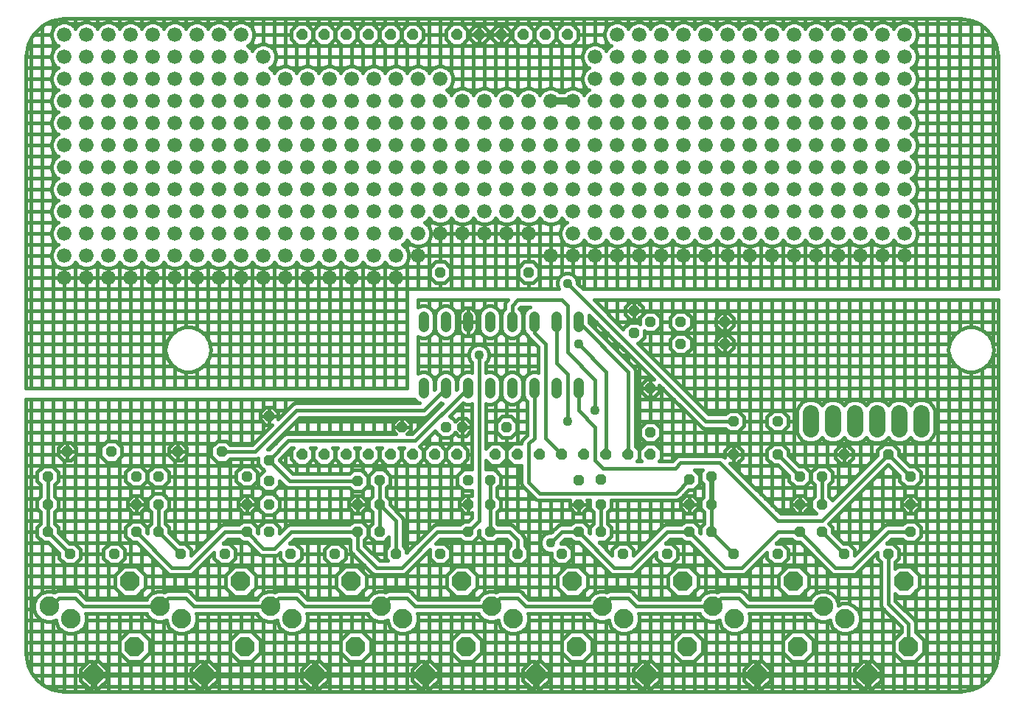
<source format=gbl>
G75*
G70*
%OFA0B0*%
%FSLAX24Y24*%
%IPPOS*%
%LPD*%
%AMOC8*
5,1,8,0,0,1.08239X$1,22.5*
%
%ADD10OC8,0.0885*%
%ADD11C,0.0885*%
%ADD12OC8,0.0480*%
%ADD13C,0.0480*%
%ADD14C,0.0740*%
%ADD15OC8,0.0500*%
%ADD16C,0.0160*%
%ADD17C,0.0436*%
%ADD18C,0.0240*%
%ADD19C,0.0660*%
%ADD20C,0.0320*%
D10*
X005031Y002368D03*
X006881Y003648D03*
X010031Y002368D03*
X011881Y003648D03*
X015031Y002368D03*
X016881Y003648D03*
X020031Y002368D03*
X021881Y003648D03*
X025031Y002368D03*
X026881Y003648D03*
X030031Y002368D03*
X031881Y003648D03*
X035031Y002368D03*
X036881Y003648D03*
X040031Y002368D03*
X041881Y003648D03*
X041671Y006598D03*
X036671Y006598D03*
X031671Y006598D03*
X026671Y006598D03*
X021671Y006598D03*
X016671Y006598D03*
X011671Y006598D03*
X006671Y006598D03*
D11*
X008021Y005458D03*
X009011Y004908D03*
X013021Y005458D03*
X014011Y004908D03*
X018021Y005458D03*
X019011Y004908D03*
X023021Y005458D03*
X024011Y004908D03*
X028021Y005458D03*
X029011Y004908D03*
X033021Y005458D03*
X034011Y004908D03*
X038021Y005458D03*
X039011Y004908D03*
X004011Y004908D03*
X003021Y005458D03*
D12*
X003951Y007838D03*
X002951Y008838D03*
X002951Y010088D03*
X002951Y011338D03*
X003826Y012463D03*
X005826Y012463D03*
X006951Y011338D03*
X007951Y011338D03*
X007951Y010088D03*
X006951Y010088D03*
X006951Y008838D03*
X007951Y008838D03*
X008951Y007838D03*
X010951Y007838D03*
X011951Y008838D03*
X012951Y008838D03*
X013939Y007838D03*
X015939Y007838D03*
X016951Y008838D03*
X017951Y008838D03*
X018701Y007838D03*
X020701Y007838D03*
X021951Y008838D03*
X022951Y008838D03*
X024201Y007838D03*
X026201Y007838D03*
X026951Y008838D03*
X027951Y008838D03*
X028951Y007838D03*
X030951Y007838D03*
X031951Y008838D03*
X032951Y008838D03*
X033951Y007838D03*
X035951Y007838D03*
X036951Y008838D03*
X037951Y008838D03*
X038951Y007838D03*
X040951Y007838D03*
X041951Y008838D03*
X041951Y010088D03*
X041951Y011338D03*
X040951Y012338D03*
X038951Y012338D03*
X037951Y011338D03*
X036951Y011338D03*
X036951Y010088D03*
X037951Y010088D03*
X035951Y012338D03*
X033951Y012338D03*
X032951Y011338D03*
X031951Y011213D03*
X031951Y010088D03*
X032951Y010088D03*
X030201Y013338D03*
X030201Y015338D03*
X031576Y017338D03*
X031576Y018338D03*
X030201Y018338D03*
X029451Y017838D03*
X029451Y018838D03*
X033576Y018338D03*
X033576Y017338D03*
X033951Y013838D03*
X035951Y013838D03*
X027951Y011213D03*
X026951Y011188D03*
X026951Y010088D03*
X027951Y010088D03*
X022951Y010088D03*
X021951Y010088D03*
X021951Y011188D03*
X022951Y011188D03*
X023701Y013588D03*
X021701Y013588D03*
X020951Y013588D03*
X018951Y013588D03*
X017951Y011188D03*
X016951Y011151D03*
X016951Y010088D03*
X017951Y010088D03*
X012951Y010088D03*
X011951Y010088D03*
X011951Y011338D03*
X012951Y011151D03*
X012951Y012088D03*
X010826Y012463D03*
X008826Y012463D03*
X012951Y014088D03*
X005951Y007838D03*
X020701Y020588D03*
X024701Y020588D03*
D13*
X024951Y018578D02*
X024951Y018098D01*
X023951Y018098D02*
X023951Y018578D01*
X022951Y018578D02*
X022951Y018098D01*
X021951Y018098D02*
X021951Y018578D01*
X020951Y018578D02*
X020951Y018098D01*
X019951Y018098D02*
X019951Y018578D01*
X019951Y015578D02*
X019951Y015098D01*
X020951Y015098D02*
X020951Y015578D01*
X021951Y015578D02*
X021951Y015098D01*
X022951Y015098D02*
X022951Y015578D01*
X023951Y015578D02*
X023951Y015098D01*
X024951Y015098D02*
X024951Y015578D01*
X025951Y015578D02*
X025951Y015098D01*
X026951Y015098D02*
X026951Y015578D01*
X026951Y018098D02*
X026951Y018578D01*
X025951Y018578D02*
X025951Y018098D01*
D14*
X037451Y014208D02*
X037451Y013468D01*
X038451Y013468D02*
X038451Y014208D01*
X039451Y014208D02*
X039451Y013468D01*
X040451Y013468D02*
X040451Y014208D01*
X041451Y014208D02*
X041451Y013468D01*
X042451Y013468D02*
X042451Y014208D01*
D15*
X030201Y012338D03*
X029201Y012338D03*
X028201Y012338D03*
X027201Y012338D03*
X026201Y012338D03*
X025201Y012338D03*
X024201Y012338D03*
X023201Y012338D03*
X021451Y012338D03*
X020451Y012338D03*
X019451Y012338D03*
X018451Y012338D03*
X017451Y012338D03*
X016451Y012338D03*
X015451Y012338D03*
X014451Y012338D03*
X014451Y031338D03*
X015451Y031338D03*
X016451Y031338D03*
X017451Y031338D03*
X018451Y031338D03*
X019451Y031338D03*
X021451Y031338D03*
X022451Y031338D03*
X023451Y031338D03*
X024451Y031338D03*
X025451Y031338D03*
X026451Y031338D03*
D16*
X002786Y001882D02*
X002485Y002122D01*
X002245Y002423D01*
X002078Y002770D01*
X001992Y003146D01*
X001981Y003338D01*
X001981Y003387D01*
X001981Y003394D01*
X001981Y014838D01*
X019539Y014838D01*
X019544Y014826D01*
X019679Y014691D01*
X019759Y014658D01*
X014265Y014658D01*
X014137Y014658D01*
X014020Y014610D01*
X013351Y013941D01*
X013351Y014088D01*
X012951Y014088D01*
X012951Y014088D01*
X012951Y013688D01*
X012785Y013688D01*
X012551Y013923D01*
X012551Y014088D01*
X012951Y014088D01*
X012951Y013688D01*
X013099Y013688D01*
X012194Y012783D01*
X011185Y012783D01*
X011025Y012943D01*
X010627Y012943D01*
X010346Y012662D01*
X010346Y012264D01*
X010627Y011983D01*
X011025Y011983D01*
X011185Y012143D01*
X012390Y012143D01*
X012471Y012177D01*
X012471Y011889D01*
X012741Y011620D01*
X012471Y011350D01*
X012471Y010952D01*
X012752Y010671D01*
X013150Y010671D01*
X013431Y010952D01*
X013431Y011156D01*
X013707Y010879D01*
X013825Y010831D01*
X013952Y010831D01*
X016592Y010831D01*
X016752Y010671D01*
X017150Y010671D01*
X017431Y010952D01*
X017431Y011350D01*
X017150Y011631D01*
X016752Y011631D01*
X016592Y011471D01*
X014021Y011471D01*
X013431Y012061D01*
X013431Y012116D01*
X013959Y012643D01*
X014063Y012643D01*
X013961Y012541D01*
X013961Y012135D01*
X014248Y011848D01*
X014654Y011848D01*
X014941Y012135D01*
X014941Y012541D01*
X014839Y012643D01*
X015063Y012643D01*
X014961Y012541D01*
X014961Y012135D01*
X015248Y011848D01*
X015654Y011848D01*
X015941Y012135D01*
X015941Y012541D01*
X015839Y012643D01*
X016063Y012643D01*
X015961Y012541D01*
X015961Y012135D01*
X016248Y011848D01*
X016654Y011848D01*
X016941Y012135D01*
X016941Y012541D01*
X016839Y012643D01*
X017063Y012643D01*
X016961Y012541D01*
X016961Y012135D01*
X017248Y011848D01*
X017654Y011848D01*
X017941Y012135D01*
X017941Y012541D01*
X017839Y012643D01*
X018063Y012643D01*
X017961Y012541D01*
X017961Y012135D01*
X018248Y011848D01*
X018654Y011848D01*
X018941Y012135D01*
X018941Y012541D01*
X018839Y012643D01*
X019063Y012643D01*
X018961Y012541D01*
X018961Y012135D01*
X019248Y011848D01*
X019654Y011848D01*
X019941Y012135D01*
X019941Y012541D01*
X019774Y012708D01*
X019847Y012782D01*
X020471Y013406D01*
X020471Y013389D01*
X020752Y013108D01*
X021150Y013108D01*
X021383Y013341D01*
X021535Y013188D01*
X021701Y013188D01*
X021701Y013588D01*
X021701Y012781D01*
X021654Y012828D02*
X021248Y012828D01*
X020961Y012541D01*
X020961Y012135D01*
X021248Y011848D01*
X021654Y011848D01*
X021941Y012135D01*
X021941Y012541D01*
X021654Y012828D01*
X021701Y013188D02*
X021867Y013188D01*
X022101Y013423D01*
X022101Y013588D01*
X021701Y013588D01*
X021701Y013588D01*
X021701Y013188D01*
X021701Y013338D02*
X021701Y013338D01*
X021701Y013588D02*
X021701Y013588D01*
X021701Y013589D02*
X021701Y014636D01*
X021734Y014669D02*
X021856Y014618D01*
X022047Y014618D01*
X022131Y014653D01*
X022131Y011668D01*
X021752Y011668D01*
X021471Y011387D01*
X021471Y010989D01*
X021752Y010708D01*
X022131Y010708D01*
X022131Y010474D01*
X022117Y010488D01*
X021951Y010488D01*
X021785Y010488D01*
X021551Y010254D01*
X021551Y010088D01*
X021551Y009923D01*
X021785Y009688D01*
X021951Y009688D01*
X021951Y010088D01*
X021951Y010088D01*
X021951Y009688D01*
X022117Y009688D01*
X022131Y009703D01*
X022131Y009471D01*
X021979Y009318D01*
X021752Y009318D01*
X021592Y009158D01*
X020512Y009158D01*
X020395Y009110D01*
X020305Y009020D01*
X019181Y007896D01*
X019181Y008037D01*
X019021Y008197D01*
X019021Y009275D01*
X019021Y009402D01*
X018972Y009520D01*
X018431Y010061D01*
X018431Y010287D01*
X018271Y010447D01*
X018271Y010829D01*
X018431Y010989D01*
X018431Y011387D01*
X018150Y011668D01*
X017752Y011668D01*
X017471Y011387D01*
X017471Y010989D01*
X017631Y010829D01*
X017631Y010447D01*
X017471Y010287D01*
X017471Y009889D01*
X017631Y009729D01*
X017631Y009197D01*
X017471Y009037D01*
X017471Y008639D01*
X017752Y008358D01*
X018150Y008358D01*
X018381Y008590D01*
X018381Y008197D01*
X018221Y008037D01*
X018221Y007639D01*
X018327Y007533D01*
X017959Y007533D01*
X017271Y008221D01*
X017271Y008479D01*
X017431Y008639D01*
X017431Y009037D01*
X017150Y009318D01*
X016752Y009318D01*
X016592Y009158D01*
X014015Y009158D01*
X013887Y009158D01*
X013770Y009110D01*
X013431Y008771D01*
X013431Y009037D01*
X013150Y009318D01*
X012752Y009318D01*
X012471Y009037D01*
X012471Y008771D01*
X012431Y008811D01*
X012431Y009037D01*
X012150Y009318D01*
X011752Y009318D01*
X011592Y009158D01*
X010887Y009158D01*
X010770Y009110D01*
X010680Y009020D01*
X009431Y007771D01*
X009431Y008037D01*
X009150Y008318D01*
X008924Y008318D01*
X008431Y008811D01*
X008431Y009037D01*
X008271Y009197D01*
X008271Y009729D01*
X008431Y009889D01*
X008431Y010287D01*
X008150Y010568D01*
X007752Y010568D01*
X007471Y010287D01*
X007471Y009889D01*
X007631Y009729D01*
X007631Y009197D01*
X007471Y009037D01*
X007471Y008771D01*
X007431Y008811D01*
X007431Y009037D01*
X007150Y009318D01*
X006752Y009318D01*
X006471Y009037D01*
X006471Y008639D01*
X006752Y008358D01*
X006979Y008358D01*
X008305Y007032D01*
X008395Y006942D01*
X008512Y006893D01*
X009262Y006893D01*
X009390Y006893D01*
X009507Y006942D01*
X010471Y007906D01*
X010471Y007639D01*
X010752Y007358D01*
X011150Y007358D01*
X011431Y007639D01*
X011431Y008037D01*
X011150Y008318D01*
X010884Y008318D01*
X011084Y008518D01*
X011592Y008518D01*
X011752Y008358D01*
X011979Y008358D01*
X012520Y007817D01*
X012637Y007768D01*
X012765Y007768D01*
X013265Y007768D01*
X013382Y007817D01*
X013459Y007893D01*
X013459Y007639D01*
X013740Y007358D01*
X014137Y007358D01*
X014419Y007639D01*
X014419Y008037D01*
X014137Y008318D01*
X013884Y008318D01*
X014084Y008518D01*
X016592Y008518D01*
X016631Y008479D01*
X016631Y008025D01*
X016680Y007907D01*
X016770Y007817D01*
X017645Y006942D01*
X017762Y006893D01*
X017890Y006893D01*
X018887Y006893D01*
X019015Y006893D01*
X019132Y006942D01*
X020221Y008031D01*
X020221Y007639D01*
X020502Y007358D01*
X020900Y007358D01*
X021181Y007639D01*
X021181Y008037D01*
X020900Y008318D01*
X020509Y008318D01*
X020709Y008518D01*
X021592Y008518D01*
X021752Y008358D01*
X022150Y008358D01*
X022431Y008639D01*
X022431Y008866D01*
X022471Y008906D01*
X022471Y008639D01*
X022752Y008358D01*
X023150Y008358D01*
X023310Y008518D01*
X023694Y008518D01*
X023881Y008331D01*
X023881Y008197D01*
X023721Y008037D01*
X023721Y007639D01*
X024002Y007358D01*
X024400Y007358D01*
X024681Y007639D01*
X024681Y008037D01*
X024521Y008197D01*
X024521Y008527D01*
X024472Y008645D01*
X024382Y008735D01*
X024007Y009110D01*
X023890Y009158D01*
X023762Y009158D01*
X023310Y009158D01*
X023271Y009197D01*
X023271Y009729D01*
X023431Y009889D01*
X023431Y010287D01*
X023271Y010447D01*
X023271Y010829D01*
X023431Y010989D01*
X023431Y011387D01*
X023150Y011668D01*
X022771Y011668D01*
X022771Y012075D01*
X022998Y011848D01*
X023404Y011848D01*
X023691Y012135D01*
X023691Y012541D01*
X023404Y012828D01*
X022998Y012828D01*
X022771Y012601D01*
X022771Y014653D01*
X022856Y014618D01*
X023047Y014618D01*
X023223Y014691D01*
X023358Y014826D01*
X023431Y015003D01*
X023431Y015674D01*
X023358Y015850D01*
X023223Y015985D01*
X023047Y016058D01*
X022856Y016058D01*
X022771Y016023D01*
X022771Y016510D01*
X022839Y016579D01*
X022909Y016747D01*
X022909Y016929D01*
X022839Y017098D01*
X022711Y017227D01*
X022542Y017296D01*
X022360Y017296D01*
X022192Y017227D01*
X022063Y017098D01*
X021993Y016929D01*
X021993Y016747D01*
X022063Y016579D01*
X022131Y016510D01*
X022131Y016023D01*
X022047Y016058D01*
X021856Y016058D01*
X021679Y015985D01*
X021544Y015850D01*
X021471Y015674D01*
X021471Y015311D01*
X021431Y015271D01*
X021431Y015674D01*
X021358Y015850D01*
X021223Y015985D01*
X021047Y016058D01*
X020856Y016058D01*
X020679Y015985D01*
X020544Y015850D01*
X020471Y015674D01*
X020471Y015311D01*
X020431Y015271D01*
X020431Y015674D01*
X020358Y015850D01*
X020223Y015985D01*
X020047Y016058D01*
X019856Y016058D01*
X019701Y015994D01*
X019701Y017682D01*
X019856Y017618D01*
X020047Y017618D01*
X020223Y017691D01*
X020358Y017826D01*
X020431Y018003D01*
X020431Y018674D01*
X020358Y018850D01*
X020223Y018985D01*
X020047Y019058D01*
X019856Y019058D01*
X019701Y018994D01*
X019701Y019338D01*
X023749Y019338D01*
X023680Y019270D01*
X023631Y019152D01*
X023631Y019025D01*
X023631Y018937D01*
X023544Y018850D01*
X023471Y018674D01*
X023471Y018003D01*
X023544Y017826D01*
X023679Y017691D01*
X023856Y017618D01*
X024047Y017618D01*
X024223Y017691D01*
X024358Y017826D01*
X024431Y018003D01*
X024431Y018674D01*
X024358Y018850D01*
X024271Y018937D01*
X024271Y018956D01*
X024334Y019018D01*
X024759Y019018D01*
X024679Y018985D01*
X024544Y018850D01*
X024471Y018674D01*
X024471Y018003D01*
X024544Y017826D01*
X024656Y017715D01*
X024680Y017657D01*
X024770Y017567D01*
X025131Y017206D01*
X025131Y016023D01*
X025047Y016058D01*
X024856Y016058D01*
X024679Y015985D01*
X024544Y015850D01*
X024471Y015674D01*
X024471Y015003D01*
X024544Y014826D01*
X024631Y014739D01*
X024631Y013221D01*
X024520Y013110D01*
X024430Y013020D01*
X024381Y012902D01*
X024381Y012828D01*
X023998Y012828D01*
X023711Y012541D01*
X023711Y012135D01*
X023998Y011848D01*
X024381Y011848D01*
X024381Y011152D01*
X024381Y011025D01*
X024430Y010907D01*
X024930Y010407D01*
X025020Y010317D01*
X025137Y010268D01*
X026566Y010268D01*
X026551Y010254D01*
X026551Y010088D01*
X026551Y009923D01*
X026785Y009688D01*
X026951Y009688D01*
X026951Y010088D01*
X026951Y010088D01*
X026951Y009688D01*
X027117Y009688D01*
X027351Y009923D01*
X027351Y010088D01*
X026951Y010088D01*
X026551Y010088D01*
X026951Y010088D01*
X026951Y010088D01*
X026951Y010088D01*
X027351Y010088D01*
X027351Y010254D01*
X027337Y010268D01*
X027471Y010268D01*
X027471Y009889D01*
X027631Y009729D01*
X027631Y009197D01*
X027471Y009037D01*
X027471Y008771D01*
X027431Y008811D01*
X027431Y009037D01*
X027150Y009318D01*
X026752Y009318D01*
X026592Y009158D01*
X026265Y009158D01*
X026137Y009158D01*
X026020Y009110D01*
X025707Y008796D01*
X025610Y008796D01*
X025442Y008727D01*
X025313Y008598D01*
X025243Y008429D01*
X025243Y008247D01*
X025313Y008079D01*
X025442Y007950D01*
X025610Y007880D01*
X025721Y007880D01*
X025721Y007639D01*
X026002Y007358D01*
X026400Y007358D01*
X026681Y007639D01*
X026681Y008037D01*
X026400Y008318D01*
X026159Y008318D01*
X026159Y008344D01*
X026334Y008518D01*
X026592Y008518D01*
X026752Y008358D01*
X026979Y008358D01*
X028305Y007032D01*
X028395Y006942D01*
X028512Y006893D01*
X029262Y006893D01*
X029390Y006893D01*
X029507Y006942D01*
X030471Y007906D01*
X030471Y007639D01*
X030752Y007358D01*
X031150Y007358D01*
X031431Y007639D01*
X031431Y008037D01*
X031150Y008318D01*
X030884Y008318D01*
X031084Y008518D01*
X031592Y008518D01*
X031752Y008358D01*
X031979Y008358D01*
X033305Y007032D01*
X033395Y006942D01*
X033512Y006893D01*
X034262Y006893D01*
X034390Y006893D01*
X034507Y006942D01*
X035471Y007906D01*
X035471Y007639D01*
X035752Y007358D01*
X036150Y007358D01*
X036431Y007639D01*
X036431Y008037D01*
X036150Y008318D01*
X035884Y008318D01*
X036084Y008518D01*
X036592Y008518D01*
X036752Y008358D01*
X036979Y008358D01*
X038305Y007032D01*
X038395Y006942D01*
X038512Y006893D01*
X039262Y006893D01*
X039390Y006893D01*
X039507Y006942D01*
X040471Y007906D01*
X040471Y007639D01*
X040631Y007479D01*
X040631Y005652D01*
X040631Y005525D01*
X040680Y005407D01*
X041561Y004526D01*
X041561Y004293D01*
X041199Y003931D01*
X041199Y003366D01*
X041598Y002966D01*
X042164Y002966D01*
X042564Y003366D01*
X042564Y003931D01*
X042201Y004293D01*
X042201Y006163D01*
X042354Y006316D02*
X042354Y006881D01*
X041954Y007281D01*
X041388Y007281D01*
X041271Y007163D01*
X041271Y007479D01*
X041431Y007639D01*
X041431Y008037D01*
X041150Y008318D01*
X040884Y008318D01*
X041084Y008518D01*
X041592Y008518D01*
X041752Y008358D01*
X042150Y008358D01*
X042431Y008639D01*
X042431Y009037D01*
X042150Y009318D01*
X041752Y009318D01*
X041592Y009158D01*
X040887Y009158D01*
X040770Y009110D01*
X040680Y009020D01*
X040680Y009019D02*
X039431Y007771D01*
X039431Y008037D01*
X039150Y008318D01*
X038924Y008318D01*
X038431Y008811D01*
X038431Y009037D01*
X038267Y009201D01*
X040924Y011858D01*
X040979Y011858D01*
X041471Y011366D01*
X041471Y011139D01*
X041752Y010858D01*
X042150Y010858D01*
X042431Y011139D01*
X042431Y011537D01*
X042150Y011818D01*
X041924Y011818D01*
X041431Y012311D01*
X041431Y012537D01*
X041150Y012818D01*
X040752Y012818D01*
X040471Y012537D01*
X040471Y012311D01*
X038431Y010271D01*
X038431Y010287D01*
X038271Y010447D01*
X038271Y010979D01*
X038431Y011139D01*
X038431Y011537D01*
X038150Y011818D01*
X037752Y011818D01*
X037471Y011537D01*
X037471Y011139D01*
X037631Y010979D01*
X037631Y010447D01*
X037471Y010287D01*
X037471Y009889D01*
X037702Y009658D01*
X036084Y009658D01*
X033804Y011938D01*
X033951Y011938D01*
X033951Y012338D01*
X033951Y012338D01*
X033551Y012338D01*
X033551Y012191D01*
X033507Y012235D01*
X033390Y012283D01*
X033262Y012283D01*
X031512Y012283D01*
X031395Y012235D01*
X031305Y012145D01*
X031194Y012033D01*
X030589Y012033D01*
X030691Y012135D01*
X030691Y012541D01*
X030404Y012828D01*
X029998Y012828D01*
X029711Y012541D01*
X029711Y012135D01*
X029813Y012033D01*
X029589Y012033D01*
X029691Y012135D01*
X029691Y012541D01*
X029521Y012711D01*
X029521Y016025D01*
X029521Y016152D01*
X029472Y016270D01*
X027431Y018311D01*
X027431Y018656D01*
X030349Y015738D01*
X030201Y015738D01*
X030035Y015738D01*
X029801Y015504D01*
X029801Y015338D01*
X029801Y015173D01*
X030035Y014938D01*
X030201Y014938D01*
X030201Y015338D01*
X030201Y013818D01*
X030002Y013818D02*
X029721Y013537D01*
X029721Y013139D01*
X030002Y012858D01*
X030400Y012858D01*
X030681Y013139D01*
X030681Y013537D01*
X030400Y013818D01*
X030002Y013818D01*
X029521Y013838D02*
X032249Y013838D01*
X032201Y013886D02*
X032201Y012283D01*
X031701Y012283D02*
X031701Y014386D01*
X031749Y014338D02*
X029521Y014338D01*
X029521Y014838D02*
X031249Y014838D01*
X031201Y014886D02*
X031201Y012041D01*
X031326Y011713D02*
X028076Y011713D01*
X027701Y012088D01*
X027701Y013588D01*
X026951Y014338D01*
X026951Y015338D01*
X026451Y015963D02*
X026451Y013838D01*
X025451Y013088D02*
X026201Y012338D01*
X025451Y013088D02*
X025451Y017338D01*
X024951Y017838D01*
X024951Y018338D01*
X024471Y018338D02*
X024431Y018338D01*
X023951Y018338D02*
X023951Y019088D01*
X024201Y019338D01*
X026201Y019338D01*
X026451Y019088D01*
X026451Y016963D01*
X027701Y015713D01*
X027701Y014338D01*
X029521Y013338D02*
X029721Y013338D01*
X029521Y012838D02*
X045921Y012838D01*
X045921Y013338D02*
X043057Y013338D01*
X043061Y013347D02*
X043061Y014330D01*
X042968Y014554D01*
X042797Y014725D01*
X042572Y014818D01*
X042330Y014818D01*
X042106Y014725D01*
X041951Y014571D01*
X041797Y014725D01*
X041572Y014818D01*
X041330Y014818D01*
X041106Y014725D01*
X040951Y014571D01*
X040797Y014725D01*
X040572Y014818D01*
X040330Y014818D01*
X040106Y014725D01*
X039951Y014571D01*
X039797Y014725D01*
X039572Y014818D01*
X039330Y014818D01*
X039106Y014725D01*
X038951Y014571D01*
X038797Y014725D01*
X038572Y014818D01*
X038330Y014818D01*
X038106Y014725D01*
X037951Y014571D01*
X037797Y014725D01*
X037572Y014818D01*
X037330Y014818D01*
X037106Y014725D01*
X036934Y014554D01*
X036841Y014330D01*
X036841Y013347D01*
X036934Y013123D01*
X037106Y012951D01*
X037330Y012858D01*
X037572Y012858D01*
X037797Y012951D01*
X037951Y013106D01*
X038106Y012951D01*
X038330Y012858D01*
X038572Y012858D01*
X038797Y012951D01*
X038951Y013106D01*
X039106Y012951D01*
X039330Y012858D01*
X039572Y012858D01*
X039797Y012951D01*
X039951Y013106D01*
X040106Y012951D01*
X040330Y012858D01*
X040572Y012858D01*
X040797Y012951D01*
X040951Y013106D01*
X041106Y012951D01*
X041330Y012858D01*
X041572Y012858D01*
X041797Y012951D01*
X041951Y013106D01*
X042106Y012951D01*
X042330Y012858D01*
X042572Y012858D01*
X042797Y012951D01*
X042968Y013123D01*
X043061Y013347D01*
X042701Y012912D02*
X042701Y001618D01*
X042201Y001618D02*
X042201Y003003D01*
X042536Y003338D02*
X045921Y003338D01*
X045910Y003146D01*
X045825Y002770D01*
X045657Y002423D01*
X045417Y002122D01*
X045116Y001882D01*
X044769Y001715D01*
X044394Y001629D01*
X044201Y001618D01*
X044201Y016196D01*
X044188Y016200D02*
X044523Y016078D01*
X044645Y016078D01*
X044645Y016078D01*
X044672Y016078D01*
X044701Y016078D01*
X044701Y001699D01*
X045026Y001838D02*
X040353Y001838D01*
X040281Y001766D02*
X040634Y002119D01*
X040634Y002301D01*
X040099Y002301D01*
X040099Y002436D01*
X040634Y002436D01*
X040634Y002618D01*
X040281Y002971D01*
X040099Y002971D01*
X040099Y002436D01*
X039964Y002436D01*
X039964Y002971D01*
X039782Y002971D01*
X039429Y002618D01*
X039429Y002436D01*
X039963Y002436D01*
X039963Y002301D01*
X039429Y002301D01*
X039429Y002119D01*
X039782Y001766D01*
X039964Y001766D01*
X039964Y002301D01*
X040099Y002301D01*
X040099Y001766D01*
X040281Y001766D01*
X040201Y001766D02*
X040201Y001618D01*
X040099Y001838D02*
X039964Y001838D01*
X039709Y001838D02*
X035353Y001838D01*
X035281Y001766D02*
X035634Y002119D01*
X035634Y002301D01*
X035099Y002301D01*
X035099Y002436D01*
X035634Y002436D01*
X035634Y002618D01*
X035281Y002971D01*
X035099Y002971D01*
X035099Y002436D01*
X034964Y002436D01*
X034964Y002971D01*
X034782Y002971D01*
X034429Y002618D01*
X034429Y002436D01*
X034963Y002436D01*
X034963Y002301D01*
X034429Y002301D01*
X034429Y002119D01*
X034782Y001766D01*
X034964Y001766D01*
X034964Y002301D01*
X035099Y002301D01*
X035099Y001766D01*
X035281Y001766D01*
X035201Y001766D02*
X035201Y001618D01*
X035099Y001838D02*
X034964Y001838D01*
X034709Y001838D02*
X030353Y001838D01*
X030281Y001766D02*
X030634Y002119D01*
X030634Y002301D01*
X030099Y002301D01*
X030099Y002436D01*
X030634Y002436D01*
X030634Y002618D01*
X030281Y002971D01*
X030099Y002971D01*
X030099Y002436D01*
X029964Y002436D01*
X029964Y002971D01*
X029782Y002971D01*
X029429Y002618D01*
X029429Y002436D01*
X029963Y002436D01*
X029963Y002301D01*
X029429Y002301D01*
X029429Y002119D01*
X029782Y001766D01*
X029964Y001766D01*
X029964Y002301D01*
X030099Y002301D01*
X030099Y001766D01*
X030281Y001766D01*
X030201Y001766D02*
X030201Y001618D01*
X030099Y001838D02*
X029964Y001838D01*
X029709Y001838D02*
X025353Y001838D01*
X025281Y001766D02*
X025634Y002119D01*
X025634Y002301D01*
X025099Y002301D01*
X025099Y002436D01*
X025634Y002436D01*
X025634Y002618D01*
X025281Y002971D01*
X025099Y002971D01*
X025099Y002436D01*
X024964Y002436D01*
X024964Y002971D01*
X024782Y002971D01*
X024429Y002618D01*
X024429Y002436D01*
X024963Y002436D01*
X024963Y002301D01*
X024429Y002301D01*
X024429Y002119D01*
X024782Y001766D01*
X024964Y001766D01*
X024964Y002301D01*
X025099Y002301D01*
X025099Y001766D01*
X025281Y001766D01*
X025201Y001766D02*
X025201Y001618D01*
X025099Y001838D02*
X024964Y001838D01*
X024709Y001838D02*
X020353Y001838D01*
X020281Y001766D02*
X020634Y002119D01*
X020634Y002301D01*
X020099Y002301D01*
X020099Y002436D01*
X020634Y002436D01*
X020634Y002618D01*
X020281Y002971D01*
X020099Y002971D01*
X020099Y002436D01*
X019964Y002436D01*
X019964Y002971D01*
X019782Y002971D01*
X019429Y002618D01*
X019429Y002436D01*
X019963Y002436D01*
X019963Y002301D01*
X019429Y002301D01*
X019429Y002119D01*
X019782Y001766D01*
X019964Y001766D01*
X019964Y002301D01*
X020099Y002301D01*
X020099Y001766D01*
X020281Y001766D01*
X020201Y001766D02*
X020201Y001618D01*
X020099Y001838D02*
X019964Y001838D01*
X019709Y001838D02*
X015353Y001838D01*
X015281Y001766D02*
X015634Y002119D01*
X015634Y002301D01*
X015099Y002301D01*
X015099Y002436D01*
X015634Y002436D01*
X015634Y002618D01*
X015281Y002971D01*
X015099Y002971D01*
X015099Y002436D01*
X014964Y002436D01*
X014964Y002971D01*
X014782Y002971D01*
X014429Y002618D01*
X014429Y002436D01*
X014963Y002436D01*
X014963Y002301D01*
X014429Y002301D01*
X014429Y002119D01*
X014782Y001766D01*
X014964Y001766D01*
X014964Y002301D01*
X015099Y002301D01*
X015099Y001766D01*
X015281Y001766D01*
X015201Y001766D02*
X015201Y001618D01*
X015099Y001838D02*
X014964Y001838D01*
X014709Y001838D02*
X010353Y001838D01*
X010281Y001766D02*
X010634Y002119D01*
X010634Y002301D01*
X010099Y002301D01*
X010099Y002436D01*
X010634Y002436D01*
X010634Y002618D01*
X010281Y002971D01*
X010099Y002971D01*
X010099Y002436D01*
X009964Y002436D01*
X009964Y002971D01*
X009782Y002971D01*
X009429Y002618D01*
X009429Y002436D01*
X009963Y002436D01*
X009963Y002301D01*
X009429Y002301D01*
X009429Y002119D01*
X009782Y001766D01*
X009964Y001766D01*
X009964Y002301D01*
X010099Y002301D01*
X010099Y001766D01*
X010281Y001766D01*
X010201Y001766D02*
X010201Y001618D01*
X010099Y001838D02*
X009964Y001838D01*
X009709Y001838D02*
X005353Y001838D01*
X005281Y001766D02*
X005634Y002119D01*
X005634Y002301D01*
X005099Y002301D01*
X005099Y002436D01*
X005634Y002436D01*
X005634Y002618D01*
X005281Y002971D01*
X005099Y002971D01*
X005099Y002436D01*
X004964Y002436D01*
X004964Y002971D01*
X004782Y002971D01*
X004429Y002618D01*
X004429Y002436D01*
X004963Y002436D01*
X004963Y002301D01*
X004429Y002301D01*
X004429Y002119D01*
X004782Y001766D01*
X004964Y001766D01*
X004964Y002301D01*
X005099Y002301D01*
X005099Y001766D01*
X005281Y001766D01*
X005201Y001766D02*
X005201Y001618D01*
X005099Y001838D02*
X004964Y001838D01*
X004709Y001838D02*
X002876Y001838D01*
X002786Y001882D02*
X003133Y001715D01*
X003508Y001629D01*
X003701Y001618D01*
X003701Y004298D01*
X003624Y004330D02*
X003875Y004226D01*
X004147Y004226D01*
X004398Y004330D01*
X004590Y004522D01*
X004694Y004772D01*
X004694Y005044D01*
X004655Y005138D01*
X007415Y005138D01*
X007442Y005072D01*
X007634Y004880D01*
X007885Y004776D01*
X008157Y004776D01*
X008329Y004847D01*
X008329Y004772D01*
X008432Y004522D01*
X008624Y004330D01*
X008875Y004226D01*
X009147Y004226D01*
X009398Y004330D01*
X009590Y004522D01*
X009694Y004772D01*
X009694Y005044D01*
X009655Y005138D01*
X012415Y005138D01*
X012442Y005072D01*
X012634Y004880D01*
X012885Y004776D01*
X013157Y004776D01*
X013329Y004847D01*
X013329Y004772D01*
X013432Y004522D01*
X013624Y004330D01*
X013875Y004226D01*
X014147Y004226D01*
X014398Y004330D01*
X014590Y004522D01*
X014694Y004772D01*
X014694Y005044D01*
X014655Y005138D01*
X017415Y005138D01*
X017442Y005072D01*
X017634Y004880D01*
X017885Y004776D01*
X018157Y004776D01*
X018329Y004847D01*
X018329Y004772D01*
X018432Y004522D01*
X018624Y004330D01*
X018875Y004226D01*
X019147Y004226D01*
X019398Y004330D01*
X019590Y004522D01*
X019694Y004772D01*
X019694Y005044D01*
X019655Y005138D01*
X022415Y005138D01*
X022442Y005072D01*
X022634Y004880D01*
X022885Y004776D01*
X023157Y004776D01*
X023329Y004847D01*
X023329Y004772D01*
X023432Y004522D01*
X023624Y004330D01*
X023875Y004226D01*
X024147Y004226D01*
X024398Y004330D01*
X024590Y004522D01*
X024694Y004772D01*
X024694Y005044D01*
X024655Y005138D01*
X027415Y005138D01*
X027442Y005072D01*
X027634Y004880D01*
X027885Y004776D01*
X028157Y004776D01*
X028329Y004847D01*
X028329Y004772D01*
X028432Y004522D01*
X028624Y004330D01*
X028875Y004226D01*
X029147Y004226D01*
X029398Y004330D01*
X029590Y004522D01*
X029694Y004772D01*
X029694Y005044D01*
X029655Y005138D01*
X032415Y005138D01*
X032442Y005072D01*
X032634Y004880D01*
X032885Y004776D01*
X033157Y004776D01*
X033329Y004847D01*
X033329Y004772D01*
X033432Y004522D01*
X033624Y004330D01*
X033875Y004226D01*
X034147Y004226D01*
X034398Y004330D01*
X034590Y004522D01*
X034694Y004772D01*
X034694Y005044D01*
X034655Y005138D01*
X037415Y005138D01*
X037442Y005072D01*
X037634Y004880D01*
X037885Y004776D01*
X038157Y004776D01*
X038329Y004847D01*
X038329Y004772D01*
X038432Y004522D01*
X038624Y004330D01*
X038875Y004226D01*
X039147Y004226D01*
X039398Y004330D01*
X039590Y004522D01*
X039694Y004772D01*
X039694Y005044D01*
X039590Y005295D01*
X039398Y005487D01*
X039147Y005591D01*
X038875Y005591D01*
X038704Y005520D01*
X038704Y005594D01*
X038600Y005845D01*
X038408Y006037D01*
X038157Y006141D01*
X037885Y006141D01*
X037634Y006037D01*
X037442Y005845D01*
X037415Y005778D01*
X034714Y005778D01*
X034382Y006110D01*
X034265Y006158D01*
X034137Y006158D01*
X033465Y006158D01*
X033337Y006158D01*
X033226Y006112D01*
X033157Y006141D01*
X032885Y006141D01*
X032634Y006037D01*
X032442Y005845D01*
X032415Y005778D01*
X029714Y005778D01*
X029472Y006019D01*
X029472Y006020D02*
X029382Y006110D01*
X029265Y006158D01*
X028465Y006158D01*
X028337Y006158D01*
X028226Y006112D01*
X028157Y006141D01*
X027885Y006141D01*
X027634Y006037D01*
X027442Y005845D01*
X027415Y005778D01*
X024714Y005778D01*
X024472Y006020D01*
X024382Y006110D01*
X024265Y006158D01*
X023465Y006158D01*
X023337Y006158D01*
X023226Y006112D01*
X023157Y006141D01*
X022885Y006141D01*
X022634Y006037D01*
X022442Y005845D01*
X022415Y005778D01*
X019714Y005778D01*
X019472Y006020D01*
X019382Y006110D01*
X019265Y006158D01*
X018465Y006158D01*
X018337Y006158D01*
X018226Y006112D01*
X018157Y006141D01*
X017885Y006141D01*
X017634Y006037D01*
X017442Y005845D01*
X017415Y005778D01*
X014714Y005778D01*
X014472Y006020D01*
X014382Y006110D01*
X014265Y006158D01*
X013465Y006158D01*
X013337Y006158D01*
X013226Y006112D01*
X013157Y006141D01*
X012885Y006141D01*
X012634Y006037D01*
X012442Y005845D01*
X012415Y005778D01*
X009714Y005778D01*
X009472Y006020D01*
X009382Y006110D01*
X009265Y006158D01*
X008465Y006158D01*
X008337Y006158D01*
X008226Y006112D01*
X008157Y006141D01*
X007885Y006141D01*
X007634Y006037D01*
X007442Y005845D01*
X007415Y005778D01*
X004714Y005778D01*
X004472Y006020D01*
X004382Y006110D01*
X004265Y006158D01*
X003515Y006158D01*
X003387Y006158D01*
X003270Y006110D01*
X003259Y006099D01*
X003157Y006141D01*
X002885Y006141D01*
X002634Y006037D01*
X002442Y005845D01*
X002339Y005594D01*
X002339Y005322D01*
X002442Y005072D01*
X002634Y004880D01*
X002885Y004776D01*
X003157Y004776D01*
X003329Y004847D01*
X003329Y004772D01*
X003432Y004522D01*
X003624Y004330D01*
X003616Y004338D02*
X001981Y004338D01*
X001981Y003838D02*
X006199Y003838D01*
X006199Y003931D02*
X006199Y003366D01*
X006598Y002966D01*
X007164Y002966D01*
X007564Y003366D01*
X007564Y003931D01*
X007164Y004331D01*
X006598Y004331D01*
X006199Y003931D01*
X006201Y003933D02*
X006201Y005138D01*
X005701Y005138D02*
X005701Y001618D01*
X006201Y001618D02*
X006201Y003363D01*
X006226Y003338D02*
X001981Y003338D01*
X002062Y002838D02*
X004649Y002838D01*
X004701Y002890D02*
X004701Y005138D01*
X004694Y004838D02*
X007734Y004838D01*
X007701Y004852D02*
X007701Y001618D01*
X007201Y001618D02*
X007201Y003003D01*
X007536Y003338D02*
X011226Y003338D01*
X011201Y003363D02*
X011201Y001618D01*
X010701Y001618D02*
X010701Y005138D01*
X010201Y005138D02*
X010201Y002971D01*
X010099Y002838D02*
X009964Y002838D01*
X009701Y002890D02*
X009701Y005138D01*
X009694Y004838D02*
X012734Y004838D01*
X012701Y004852D02*
X012701Y001618D01*
X012201Y001618D02*
X012201Y003003D01*
X012164Y002966D02*
X012564Y003366D01*
X012564Y003931D01*
X012164Y004331D01*
X011598Y004331D01*
X011199Y003931D01*
X011199Y003366D01*
X011598Y002966D01*
X012164Y002966D01*
X011701Y002966D02*
X011701Y001618D01*
X013201Y001618D02*
X013201Y004794D01*
X013308Y004838D02*
X013329Y004838D01*
X013616Y004338D02*
X009406Y004338D01*
X009201Y004248D02*
X009201Y001618D01*
X008701Y001618D02*
X008701Y004298D01*
X008616Y004338D02*
X004406Y004338D01*
X004201Y004248D02*
X004201Y001618D01*
X003701Y001618D02*
X044201Y001618D01*
X043701Y001618D02*
X043701Y016943D01*
X043720Y016838D02*
X030154Y016838D01*
X030201Y016791D02*
X030201Y017858D01*
X030002Y017858D02*
X030400Y017858D01*
X030681Y018139D01*
X030681Y018537D01*
X030400Y018818D01*
X030002Y018818D01*
X029721Y018537D01*
X029721Y018247D01*
X029650Y018318D01*
X029252Y018318D01*
X028971Y018037D01*
X028971Y018021D01*
X027654Y019338D01*
X045921Y019338D01*
X045921Y003338D01*
X045840Y002838D02*
X040413Y002838D01*
X040201Y002971D02*
X040201Y007636D01*
X040404Y007838D02*
X040471Y007838D01*
X040951Y007838D02*
X040951Y005588D01*
X041881Y004658D01*
X041881Y003648D01*
X042564Y003838D02*
X045921Y003838D01*
X045921Y004338D02*
X042201Y004338D01*
X042201Y004293D02*
X042201Y004595D01*
X042201Y004722D01*
X042152Y004840D01*
X041271Y005721D01*
X041271Y006033D01*
X041388Y005916D01*
X041954Y005916D01*
X042354Y006316D01*
X042354Y006338D02*
X045921Y006338D01*
X045921Y005838D02*
X041271Y005838D01*
X041701Y005916D02*
X041701Y005291D01*
X041654Y005338D02*
X045921Y005338D01*
X045921Y004838D02*
X042153Y004838D01*
X041249Y004838D02*
X039694Y004838D01*
X039546Y005338D02*
X040749Y005338D01*
X040701Y005386D02*
X040701Y001618D01*
X041201Y001618D02*
X041201Y003363D01*
X041226Y003338D02*
X037536Y003338D01*
X037564Y003366D02*
X037164Y002966D01*
X036598Y002966D01*
X036199Y003366D01*
X036199Y003931D01*
X036598Y004331D01*
X037164Y004331D01*
X037564Y003931D01*
X037564Y003366D01*
X037564Y003838D02*
X041199Y003838D01*
X041201Y003933D02*
X041201Y004886D01*
X041561Y004338D02*
X039406Y004338D01*
X039201Y004248D02*
X039201Y001618D01*
X038701Y001618D02*
X038701Y004298D01*
X038616Y004338D02*
X034406Y004338D01*
X034201Y004248D02*
X034201Y001618D01*
X033701Y001618D02*
X033701Y004298D01*
X033616Y004338D02*
X029406Y004338D01*
X029201Y004248D02*
X029201Y001618D01*
X028701Y001618D02*
X028701Y004298D01*
X028616Y004338D02*
X024406Y004338D01*
X024201Y004248D02*
X024201Y001618D01*
X023701Y001618D02*
X023701Y004298D01*
X023616Y004338D02*
X019406Y004338D01*
X019201Y004248D02*
X019201Y001618D01*
X018701Y001618D02*
X018701Y004298D01*
X018616Y004338D02*
X014406Y004338D01*
X014201Y004248D02*
X014201Y001618D01*
X013701Y001618D02*
X013701Y004298D01*
X012564Y003838D02*
X016199Y003838D01*
X016199Y003931D02*
X016199Y003366D01*
X016598Y002966D01*
X017164Y002966D01*
X017564Y003366D01*
X017564Y003931D01*
X017164Y004331D01*
X016598Y004331D01*
X016199Y003931D01*
X016201Y003933D02*
X016201Y005138D01*
X015701Y005138D02*
X015701Y001618D01*
X016201Y001618D02*
X016201Y003363D01*
X016226Y003338D02*
X012536Y003338D01*
X012201Y004293D02*
X012201Y005138D01*
X011701Y005138D02*
X011701Y004331D01*
X011201Y003933D02*
X011201Y005138D01*
X011201Y005778D02*
X011201Y006103D01*
X011388Y005916D02*
X010989Y006316D01*
X010989Y006881D01*
X011388Y007281D01*
X011954Y007281D01*
X012354Y006881D01*
X012354Y006316D01*
X011954Y005916D01*
X011388Y005916D01*
X011701Y005916D02*
X011701Y005778D01*
X012201Y005778D02*
X012201Y006163D01*
X012354Y006338D02*
X015989Y006338D01*
X015989Y006316D02*
X016388Y005916D01*
X016954Y005916D01*
X017354Y006316D01*
X017354Y006881D01*
X016954Y007281D01*
X016388Y007281D01*
X015989Y006881D01*
X015989Y006316D01*
X016201Y006103D02*
X016201Y005778D01*
X015701Y005778D02*
X015701Y007397D01*
X015740Y007358D02*
X016137Y007358D01*
X016419Y007639D01*
X016419Y008037D01*
X016137Y008318D01*
X015740Y008318D01*
X015459Y008037D01*
X015459Y007639D01*
X015740Y007358D01*
X016201Y007422D02*
X016201Y007093D01*
X015989Y006838D02*
X012354Y006838D01*
X012201Y007033D02*
X012201Y008136D01*
X011999Y008338D02*
X010904Y008338D01*
X011201Y008267D02*
X011201Y008518D01*
X010951Y008838D02*
X011951Y008838D01*
X012701Y008088D01*
X013201Y008088D01*
X013951Y008838D01*
X016951Y008838D01*
X016951Y008088D01*
X017826Y007213D01*
X018951Y007213D01*
X020576Y008838D01*
X021951Y008838D01*
X022451Y009338D01*
X022451Y016838D01*
X021993Y016838D02*
X019701Y016838D01*
X019201Y016838D02*
X010283Y016838D01*
X010265Y016737D02*
X010327Y017088D01*
X010327Y017088D01*
X010265Y017439D01*
X010087Y017747D01*
X010087Y017747D01*
X009814Y017976D01*
X009814Y017976D01*
X009479Y018098D01*
X009357Y018098D01*
X009357Y018098D01*
X009301Y018098D01*
X009299Y018098D01*
X009245Y018098D01*
X009123Y018098D01*
X008788Y017976D01*
X008516Y017747D01*
X008515Y017747D02*
X008337Y017439D01*
X008276Y017088D01*
X008337Y016738D01*
X008337Y016737D01*
X008515Y016429D01*
X008788Y016200D01*
X008788Y016200D01*
X009123Y016078D01*
X009245Y016078D01*
X009245Y016078D01*
X009301Y016078D01*
X009316Y016078D01*
X009357Y016078D01*
X009357Y016078D01*
X009479Y016078D01*
X009814Y016200D01*
X010087Y016429D01*
X010265Y016737D01*
X010201Y016627D02*
X010201Y015338D01*
X010201Y014838D02*
X010201Y008541D01*
X009999Y008338D02*
X008904Y008338D01*
X008701Y008541D02*
X008701Y012063D01*
X008660Y012063D02*
X008826Y012063D01*
X008826Y012463D01*
X008826Y012463D01*
X008826Y012063D01*
X008992Y012063D01*
X009226Y012298D01*
X009226Y012463D01*
X008826Y012463D01*
X008426Y012463D01*
X008426Y012298D01*
X008660Y012063D01*
X008826Y012338D02*
X008826Y012338D01*
X008826Y012463D02*
X008826Y012463D01*
X008826Y012463D01*
X008426Y012463D01*
X008426Y012629D01*
X008660Y012863D01*
X008826Y012863D01*
X008826Y012464D01*
X008826Y012464D01*
X008826Y012863D01*
X008992Y012863D01*
X009226Y012629D01*
X009226Y012463D01*
X008826Y012463D01*
X008701Y012463D02*
X008701Y012463D01*
X008426Y012338D02*
X006306Y012338D01*
X006306Y012264D02*
X006025Y011983D01*
X005627Y011983D01*
X005346Y012264D01*
X005346Y012662D01*
X005627Y012943D01*
X006025Y012943D01*
X006306Y012662D01*
X006306Y012264D01*
X006201Y012159D02*
X006201Y008267D01*
X006150Y008318D02*
X006431Y008037D01*
X006431Y007639D01*
X006150Y007358D01*
X005752Y007358D01*
X005471Y007639D01*
X005471Y008037D01*
X005752Y008318D01*
X006150Y008318D01*
X005701Y008267D02*
X005701Y011983D01*
X005346Y012338D02*
X004226Y012338D01*
X004226Y012298D02*
X004226Y012463D01*
X003826Y012463D01*
X003826Y012463D01*
X003826Y012063D01*
X003660Y012063D01*
X003426Y012298D01*
X003426Y012463D01*
X003826Y012463D01*
X003826Y012063D01*
X003992Y012063D01*
X004226Y012298D01*
X004201Y012273D02*
X004201Y008267D01*
X004150Y008318D02*
X003924Y008318D01*
X003431Y008811D01*
X003431Y009037D01*
X003271Y009197D01*
X003271Y009729D01*
X003431Y009889D01*
X003431Y010287D01*
X003271Y010447D01*
X003271Y010979D01*
X003431Y011139D01*
X003431Y011537D01*
X003150Y011818D01*
X002752Y011818D01*
X002471Y011537D01*
X002471Y011139D01*
X002631Y010979D01*
X002631Y010447D01*
X002471Y010287D01*
X002471Y009889D01*
X002631Y009729D01*
X002631Y009197D01*
X002471Y009037D01*
X002471Y008639D01*
X002752Y008358D01*
X002979Y008358D01*
X003471Y007866D01*
X003471Y007639D01*
X003752Y007358D01*
X004150Y007358D01*
X004431Y007639D01*
X004431Y008037D01*
X004150Y008318D01*
X003904Y008338D02*
X006999Y008338D01*
X007201Y008136D02*
X007201Y007033D01*
X007354Y006881D02*
X006954Y007281D01*
X006388Y007281D01*
X005989Y006881D01*
X005989Y006316D01*
X006388Y005916D01*
X006954Y005916D01*
X007354Y006316D01*
X007354Y006881D01*
X007354Y006838D02*
X010989Y006838D01*
X011201Y007093D02*
X011201Y007409D01*
X011431Y007838D02*
X012499Y007838D01*
X012701Y007768D02*
X012701Y006064D01*
X012440Y005838D02*
X009654Y005838D01*
X009701Y005791D02*
X009701Y007136D01*
X009904Y007338D02*
X017249Y007338D01*
X017201Y007386D02*
X017201Y007033D01*
X017354Y006838D02*
X020989Y006838D01*
X020989Y006881D02*
X020989Y006316D01*
X021388Y005916D01*
X021954Y005916D01*
X022354Y006316D01*
X022354Y006881D01*
X021954Y007281D01*
X021388Y007281D01*
X020989Y006881D01*
X021201Y007093D02*
X021201Y008518D01*
X020701Y008511D02*
X020701Y008318D01*
X020529Y008338D02*
X023874Y008338D01*
X023701Y008511D02*
X023701Y006158D01*
X023401Y005838D02*
X023021Y005458D01*
X019581Y005458D01*
X019201Y005838D01*
X018401Y005838D01*
X018021Y005458D01*
X014581Y005458D01*
X014201Y005838D01*
X013401Y005838D01*
X013021Y005458D01*
X009581Y005458D01*
X009201Y005838D01*
X008401Y005838D01*
X008021Y005458D01*
X004581Y005458D01*
X004201Y005838D01*
X003451Y005838D01*
X003071Y005458D01*
X003021Y005458D01*
X002440Y005838D02*
X001981Y005838D01*
X001981Y006338D02*
X005989Y006338D01*
X006201Y006103D02*
X006201Y005778D01*
X005701Y005778D02*
X005701Y007409D01*
X005471Y007838D02*
X004431Y007838D01*
X003951Y007838D02*
X002951Y008838D01*
X002951Y010088D01*
X002951Y011338D01*
X002471Y011338D02*
X001981Y011338D01*
X001981Y010838D02*
X002631Y010838D01*
X003271Y010838D02*
X012585Y010838D01*
X012701Y010722D02*
X012701Y010517D01*
X012752Y010568D02*
X012471Y010287D01*
X012471Y009889D01*
X012752Y009608D01*
X013150Y009608D01*
X013431Y009889D01*
X013431Y010287D01*
X013150Y010568D01*
X012752Y010568D01*
X012522Y010338D02*
X012267Y010338D01*
X012201Y010404D02*
X012201Y010909D01*
X012150Y010858D02*
X012431Y011139D01*
X012431Y011537D01*
X012150Y011818D01*
X011752Y011818D01*
X011471Y011537D01*
X011471Y011139D01*
X011752Y010858D01*
X012150Y010858D01*
X012117Y010488D02*
X011951Y010488D01*
X011785Y010488D01*
X011551Y010254D01*
X011551Y010088D01*
X011551Y009923D01*
X011785Y009688D01*
X011951Y009688D01*
X011951Y010088D01*
X011951Y010088D01*
X011951Y009688D01*
X012117Y009688D01*
X012351Y009923D01*
X012351Y010088D01*
X011951Y010088D01*
X011551Y010088D01*
X011951Y010088D01*
X011951Y010088D01*
X011951Y010088D01*
X012351Y010088D01*
X012351Y010254D01*
X012117Y010488D01*
X011951Y010488D02*
X011951Y010089D01*
X011951Y010488D01*
X011951Y010338D02*
X011951Y010338D01*
X011951Y010089D02*
X011951Y010089D01*
X011701Y010088D02*
X011701Y010088D01*
X011635Y009838D02*
X008380Y009838D01*
X007951Y010088D02*
X007951Y008838D01*
X008951Y007838D01*
X009431Y007838D02*
X009499Y007838D01*
X009701Y008041D02*
X009701Y014838D01*
X009201Y014838D02*
X009201Y012654D01*
X009201Y012463D02*
X009201Y012463D01*
X009226Y012338D02*
X010346Y012338D01*
X010826Y012463D02*
X012326Y012463D01*
X014201Y014338D01*
X019951Y014338D01*
X020951Y015338D01*
X020471Y015338D02*
X020431Y015338D01*
X020363Y015838D02*
X020539Y015838D01*
X020701Y015994D02*
X020701Y017682D01*
X020679Y017691D02*
X020856Y017618D01*
X021047Y017618D01*
X021223Y017691D01*
X021358Y017826D01*
X021431Y018003D01*
X021431Y018674D01*
X021358Y018850D01*
X021223Y018985D01*
X021047Y019058D01*
X020856Y019058D01*
X020679Y018985D01*
X020544Y018850D01*
X020471Y018674D01*
X020471Y018003D01*
X020544Y017826D01*
X020679Y017691D01*
X020539Y017838D02*
X020363Y017838D01*
X020201Y017682D02*
X020201Y015994D01*
X019701Y015994D02*
X019701Y017682D01*
X019701Y017338D02*
X024999Y017338D01*
X024701Y017636D02*
X024701Y015994D01*
X024539Y015838D02*
X024363Y015838D01*
X024358Y015850D02*
X024223Y015985D01*
X024047Y016058D01*
X023856Y016058D01*
X023679Y015985D01*
X023544Y015850D01*
X023471Y015674D01*
X023471Y015003D01*
X023544Y014826D01*
X023679Y014691D01*
X023856Y014618D01*
X024047Y014618D01*
X024223Y014691D01*
X024358Y014826D01*
X024431Y015003D01*
X024431Y015674D01*
X024358Y015850D01*
X024201Y015994D02*
X024201Y017682D01*
X024363Y017838D02*
X024539Y017838D01*
X023701Y017682D02*
X023701Y015994D01*
X023539Y015838D02*
X023363Y015838D01*
X023201Y015994D02*
X023201Y017682D01*
X023223Y017691D02*
X023047Y017618D01*
X022856Y017618D01*
X022679Y017691D01*
X022544Y017826D01*
X022471Y018003D01*
X022471Y018674D01*
X022544Y018850D01*
X022679Y018985D01*
X022856Y019058D01*
X023047Y019058D01*
X023223Y018985D01*
X023358Y018850D01*
X023431Y018674D01*
X023431Y018003D01*
X023358Y017826D01*
X023223Y017691D01*
X023363Y017838D02*
X023539Y017838D01*
X023471Y018338D02*
X023431Y018338D01*
X023363Y018838D02*
X023539Y018838D01*
X023201Y018994D02*
X023201Y019338D01*
X022701Y019338D02*
X022701Y018994D01*
X022539Y018838D02*
X022257Y018838D01*
X022262Y018833D02*
X022206Y018889D01*
X022141Y018933D01*
X022068Y018963D01*
X021991Y018978D01*
X021951Y018978D01*
X021912Y018978D01*
X021834Y018963D01*
X021762Y018933D01*
X021696Y018889D01*
X021640Y018833D01*
X021597Y018768D01*
X021566Y018695D01*
X021551Y018618D01*
X021551Y018338D01*
X021551Y018059D01*
X021566Y017982D01*
X021597Y017909D01*
X021640Y017843D01*
X021696Y017788D01*
X021762Y017744D01*
X021834Y017714D01*
X021912Y017698D01*
X021951Y017698D01*
X021951Y018338D01*
X021951Y018338D01*
X021951Y017698D01*
X021991Y017698D01*
X022068Y017714D01*
X022141Y017744D01*
X022206Y017788D01*
X022262Y017843D01*
X022306Y017909D01*
X022336Y017982D01*
X022351Y018059D01*
X022351Y018338D01*
X021951Y018338D01*
X021551Y018338D01*
X021951Y018338D01*
X021951Y018338D01*
X021431Y018338D01*
X021701Y018338D02*
X021701Y018338D01*
X021951Y018339D02*
X021951Y018978D01*
X021951Y018339D01*
X021951Y018339D01*
X021951Y018338D02*
X022351Y018338D01*
X022351Y018618D01*
X022336Y018695D01*
X022306Y018768D01*
X022262Y018833D01*
X022201Y018892D02*
X022201Y019338D01*
X021701Y019338D02*
X021701Y018892D01*
X021645Y018838D02*
X021363Y018838D01*
X021201Y018994D02*
X021201Y019338D01*
X020701Y019338D02*
X020701Y018994D01*
X020539Y018838D02*
X020363Y018838D01*
X020201Y018994D02*
X020201Y019338D01*
X019701Y019338D02*
X019701Y018994D01*
X019201Y018838D02*
X001981Y018838D01*
X001981Y019338D02*
X019201Y019338D01*
X019201Y019838D02*
X019201Y021056D01*
X019184Y021015D02*
X019271Y021225D01*
X019271Y021452D01*
X019184Y021661D01*
X019024Y021821D01*
X018983Y021838D01*
X019419Y021838D01*
X019378Y021855D02*
X019588Y021768D01*
X019814Y021768D01*
X020024Y021855D01*
X020184Y022015D01*
X020271Y022225D01*
X020271Y022452D01*
X020184Y022661D01*
X020024Y022821D01*
X019983Y022838D01*
X020024Y022855D01*
X020184Y023015D01*
X020201Y023056D01*
X020218Y023015D01*
X020378Y022855D01*
X020588Y022768D01*
X020814Y022768D01*
X021024Y022855D01*
X021184Y023015D01*
X021201Y023056D01*
X021218Y023015D01*
X021378Y022855D01*
X021588Y022768D01*
X021814Y022768D01*
X022024Y022855D01*
X022184Y023015D01*
X022201Y023056D01*
X022218Y023015D01*
X022378Y022855D01*
X022588Y022768D01*
X022814Y022768D01*
X023024Y022855D01*
X023184Y023015D01*
X023201Y023056D01*
X023218Y023015D01*
X023378Y022855D01*
X023588Y022768D01*
X023814Y022768D01*
X024024Y022855D01*
X024184Y023015D01*
X024201Y023056D01*
X024201Y019838D01*
X024502Y020108D02*
X024900Y020108D01*
X025181Y020389D01*
X025181Y020787D01*
X024900Y021068D01*
X024502Y021068D01*
X024221Y020787D01*
X024221Y020389D01*
X024502Y020108D01*
X024701Y020108D02*
X024701Y019838D01*
X025201Y019838D02*
X025201Y023056D01*
X025218Y023015D01*
X025378Y022855D01*
X025588Y022768D01*
X025814Y022768D01*
X026024Y022855D01*
X026184Y023015D01*
X026201Y023056D01*
X026218Y023015D01*
X026378Y022855D01*
X026419Y022838D01*
X026378Y022821D01*
X026218Y022661D01*
X026131Y022452D01*
X026131Y022225D01*
X026218Y022015D01*
X026378Y021855D01*
X026588Y021768D01*
X026814Y021768D01*
X027024Y021855D01*
X027184Y022015D01*
X027201Y022056D01*
X027218Y022015D01*
X027378Y021855D01*
X027588Y021768D01*
X027814Y021768D01*
X028024Y021855D01*
X028184Y022015D01*
X028201Y022056D01*
X028218Y022015D01*
X028378Y021855D01*
X028588Y021768D01*
X028814Y021768D01*
X029024Y021855D01*
X029184Y022015D01*
X029201Y022056D01*
X029218Y022015D01*
X029378Y021855D01*
X029588Y021768D01*
X029814Y021768D01*
X030024Y021855D01*
X030184Y022015D01*
X030201Y022056D01*
X030201Y019838D01*
X029701Y019838D02*
X029701Y021768D01*
X029419Y021838D02*
X028983Y021838D01*
X028701Y021768D02*
X028701Y019838D01*
X028201Y019838D02*
X028201Y022056D01*
X027983Y021838D02*
X028419Y021838D01*
X027701Y021768D02*
X027701Y019838D01*
X027201Y019838D02*
X027201Y022056D01*
X026983Y021838D02*
X027419Y021838D01*
X026701Y021768D02*
X026701Y020481D01*
X026711Y020477D02*
X026542Y020546D01*
X026360Y020546D01*
X026192Y020477D01*
X026063Y020348D01*
X025993Y020179D01*
X025993Y019997D01*
X026059Y019838D01*
X001981Y019838D01*
X001981Y020338D02*
X020272Y020338D01*
X020221Y020389D02*
X020502Y020108D01*
X020900Y020108D01*
X021181Y020389D01*
X021181Y020787D01*
X020900Y021068D01*
X020502Y021068D01*
X020221Y020787D01*
X020221Y020389D01*
X020272Y020838D02*
X018983Y020838D01*
X019024Y020855D02*
X019184Y021015D01*
X019024Y020855D02*
X018814Y020768D01*
X018588Y020768D01*
X018378Y020855D01*
X018218Y021015D01*
X018201Y021056D01*
X018184Y021015D01*
X018024Y020855D01*
X017814Y020768D01*
X017588Y020768D01*
X017378Y020855D01*
X017218Y021015D01*
X017201Y021056D01*
X017201Y015338D01*
X017201Y014838D02*
X017201Y014658D01*
X016701Y014658D02*
X016701Y014838D01*
X016201Y014838D02*
X016201Y014658D01*
X015701Y014658D02*
X015701Y014838D01*
X015201Y014838D02*
X015201Y014658D01*
X014701Y014658D02*
X014701Y014838D01*
X014701Y015338D02*
X014701Y020768D01*
X014588Y020768D02*
X014814Y020768D01*
X015024Y020855D01*
X015184Y021015D01*
X015201Y021056D01*
X015218Y021015D01*
X015378Y020855D01*
X015588Y020768D01*
X015814Y020768D01*
X016024Y020855D01*
X016184Y021015D01*
X016201Y021056D01*
X016218Y021015D01*
X016378Y020855D01*
X016588Y020768D01*
X016814Y020768D01*
X017024Y020855D01*
X017184Y021015D01*
X017201Y021056D01*
X016983Y020838D02*
X017419Y020838D01*
X017701Y020768D02*
X017701Y015338D01*
X017701Y014838D02*
X017701Y014658D01*
X018201Y014658D02*
X018201Y014838D01*
X018701Y014838D02*
X018701Y014658D01*
X019201Y014658D02*
X019201Y014838D01*
X019201Y015338D02*
X001981Y015338D01*
X001981Y030338D01*
X003131Y030338D01*
X003131Y030225D02*
X003218Y030015D01*
X003378Y029855D01*
X003419Y029838D01*
X001981Y029838D01*
X001981Y030338D02*
X001992Y030531D01*
X002078Y030906D01*
X002245Y031253D01*
X002485Y031554D01*
X002786Y031795D01*
X003133Y031962D01*
X003509Y032047D01*
X003701Y032058D01*
X003701Y031908D01*
X003588Y031908D02*
X003378Y031821D01*
X003218Y031661D01*
X003131Y031452D01*
X003131Y031225D01*
X003218Y031015D01*
X003378Y030855D01*
X003419Y030838D01*
X002062Y030838D01*
X002201Y031163D02*
X002201Y015338D01*
X001981Y015338D02*
X019201Y015338D01*
X019201Y019838D01*
X026059Y019838D01*
X025701Y019838D02*
X025701Y022768D01*
X025419Y022838D02*
X024983Y022838D01*
X025024Y022855D02*
X025184Y023015D01*
X025201Y023056D01*
X025024Y022855D02*
X024814Y022768D01*
X024588Y022768D01*
X024378Y022855D01*
X024218Y023015D01*
X024201Y023056D01*
X023983Y022838D02*
X024419Y022838D01*
X024701Y022768D02*
X024701Y021068D01*
X024272Y020838D02*
X021130Y020838D01*
X020701Y021068D02*
X020701Y022768D01*
X020419Y022838D02*
X019983Y022838D01*
X020201Y022621D02*
X020201Y023056D01*
X020983Y022838D02*
X021419Y022838D01*
X021701Y022768D02*
X021701Y019838D01*
X021201Y019838D02*
X021201Y023056D01*
X021983Y022838D02*
X022419Y022838D01*
X022701Y022768D02*
X022701Y019838D01*
X022201Y019838D02*
X022201Y023056D01*
X022983Y022838D02*
X023419Y022838D01*
X023701Y022768D02*
X023701Y019838D01*
X024272Y020338D02*
X021130Y020338D01*
X020701Y020108D02*
X020701Y019838D01*
X020201Y019838D02*
X020201Y022056D01*
X020271Y022338D02*
X026131Y022338D01*
X026201Y022056D02*
X026201Y020481D01*
X026059Y020338D02*
X025130Y020338D01*
X025130Y020838D02*
X045921Y020838D01*
X045921Y021338D02*
X019271Y021338D01*
X019201Y021621D02*
X019201Y022056D01*
X019218Y022015D01*
X019378Y021855D01*
X019184Y022015D02*
X019201Y022056D01*
X019184Y022015D02*
X019024Y021855D01*
X018983Y021838D01*
X019701Y021768D02*
X019701Y019838D01*
X018701Y020768D02*
X018701Y015338D01*
X018201Y015338D02*
X018201Y021056D01*
X017983Y020838D02*
X018419Y020838D01*
X016701Y020768D02*
X016701Y015338D01*
X016201Y015338D02*
X016201Y021056D01*
X015983Y020838D02*
X016419Y020838D01*
X015701Y020768D02*
X015701Y015338D01*
X015201Y015338D02*
X015201Y021056D01*
X014983Y020838D02*
X015419Y020838D01*
X014588Y020768D02*
X014378Y020855D01*
X014218Y021015D01*
X014201Y021056D01*
X014184Y021015D01*
X014024Y020855D01*
X013814Y020768D01*
X013588Y020768D01*
X013378Y020855D01*
X013218Y021015D01*
X013201Y021056D01*
X013184Y021015D01*
X013024Y020855D01*
X012814Y020768D01*
X012588Y020768D01*
X012378Y020855D01*
X012218Y021015D01*
X012201Y021056D01*
X012184Y021015D01*
X012024Y020855D01*
X011814Y020768D01*
X011588Y020768D01*
X011378Y020855D01*
X011218Y021015D01*
X011201Y021056D01*
X011184Y021015D01*
X011024Y020855D01*
X010814Y020768D01*
X010588Y020768D01*
X010378Y020855D01*
X010218Y021015D01*
X010201Y021056D01*
X010184Y021015D01*
X010024Y020855D01*
X009814Y020768D01*
X009588Y020768D01*
X009378Y020855D01*
X009218Y021015D01*
X009201Y021056D01*
X009184Y021015D01*
X009024Y020855D01*
X008814Y020768D01*
X008588Y020768D01*
X008378Y020855D01*
X008218Y021015D01*
X008201Y021056D01*
X008184Y021015D01*
X008024Y020855D01*
X007814Y020768D01*
X007588Y020768D01*
X007378Y020855D01*
X007218Y021015D01*
X007201Y021056D01*
X007184Y021015D01*
X007024Y020855D01*
X006814Y020768D01*
X006588Y020768D01*
X006378Y020855D01*
X006218Y021015D01*
X006201Y021056D01*
X006184Y021015D01*
X006024Y020855D01*
X005814Y020768D01*
X005588Y020768D01*
X005378Y020855D01*
X005218Y021015D01*
X005201Y021056D01*
X005201Y015338D01*
X005201Y014838D02*
X005201Y005778D01*
X004701Y005791D02*
X004701Y014838D01*
X004201Y014838D02*
X004201Y012654D01*
X004226Y012629D02*
X003992Y012863D01*
X003826Y012863D01*
X003660Y012863D01*
X003426Y012629D01*
X003426Y012463D01*
X003826Y012463D01*
X003826Y012463D01*
X003826Y012463D01*
X004226Y012463D01*
X004226Y012629D01*
X004201Y012463D02*
X004201Y012463D01*
X003826Y012464D02*
X003826Y012464D01*
X003826Y012863D01*
X003826Y012464D01*
X003701Y012463D02*
X003701Y012463D01*
X003826Y012338D02*
X003826Y012338D01*
X003701Y012063D02*
X003701Y008541D01*
X003431Y008838D02*
X006471Y008838D01*
X006951Y008838D02*
X008576Y007213D01*
X009326Y007213D01*
X010951Y008838D01*
X010701Y009041D02*
X010701Y011983D01*
X011201Y012143D02*
X011201Y009158D01*
X011701Y009267D02*
X011701Y009773D01*
X011951Y009838D02*
X011951Y009838D01*
X012201Y009773D02*
X012201Y009267D01*
X012431Y008838D02*
X012471Y008838D01*
X012701Y009267D02*
X012701Y009659D01*
X012522Y009838D02*
X012267Y009838D01*
X012201Y010088D02*
X012201Y010088D01*
X011701Y010404D02*
X011701Y010909D01*
X011471Y011338D02*
X008431Y011338D01*
X008431Y011139D02*
X008150Y010858D01*
X007752Y010858D01*
X007471Y011139D01*
X007471Y011537D01*
X007752Y011818D01*
X008150Y011818D01*
X008431Y011537D01*
X008431Y011139D01*
X008201Y010909D02*
X008201Y010517D01*
X008380Y010338D02*
X011635Y010338D01*
X012431Y011338D02*
X012471Y011338D01*
X012701Y011580D02*
X012701Y011659D01*
X012522Y011838D02*
X001981Y011838D01*
X001981Y012338D02*
X003426Y012338D01*
X003201Y011767D02*
X003201Y014838D01*
X002701Y014838D02*
X002701Y011767D01*
X003431Y011338D02*
X006471Y011338D01*
X006471Y011139D02*
X006752Y010858D01*
X007150Y010858D01*
X007431Y011139D01*
X007431Y011537D01*
X007150Y011818D01*
X006752Y011818D01*
X006471Y011537D01*
X006471Y011139D01*
X006701Y010909D02*
X006701Y010404D01*
X006635Y010338D02*
X003380Y010338D01*
X003380Y009838D02*
X006635Y009838D01*
X006701Y009773D02*
X006701Y009267D01*
X007201Y009267D02*
X007201Y009773D01*
X007267Y009838D02*
X007522Y009838D01*
X007351Y009923D02*
X007351Y010088D01*
X006951Y010088D01*
X006951Y010088D01*
X006951Y009688D01*
X006785Y009688D01*
X006551Y009923D01*
X006551Y010088D01*
X006951Y010088D01*
X006951Y009688D01*
X007117Y009688D01*
X007351Y009923D01*
X007351Y010088D02*
X006951Y010088D01*
X006951Y010088D01*
X006951Y010088D01*
X006551Y010088D01*
X006551Y010254D01*
X006785Y010488D01*
X006951Y010488D01*
X006951Y010089D01*
X006951Y010089D01*
X006951Y010488D01*
X007117Y010488D01*
X007351Y010254D01*
X007351Y010088D01*
X007201Y010088D02*
X007201Y010088D01*
X007267Y010338D02*
X007522Y010338D01*
X007701Y010517D02*
X007701Y010909D01*
X007471Y011338D02*
X007431Y011338D01*
X007201Y010909D02*
X007201Y010404D01*
X006951Y010338D02*
X006951Y010338D01*
X006701Y010088D02*
X006701Y010088D01*
X006951Y009838D02*
X006951Y009838D01*
X007631Y009338D02*
X003271Y009338D01*
X002631Y009338D02*
X001981Y009338D01*
X001981Y008838D02*
X002471Y008838D01*
X002701Y008409D02*
X002701Y006064D01*
X003201Y006122D02*
X003201Y008136D01*
X002999Y008338D02*
X001981Y008338D01*
X001981Y007838D02*
X003471Y007838D01*
X003701Y007409D02*
X003701Y006158D01*
X004201Y006158D02*
X004201Y007409D01*
X005989Y006838D02*
X001981Y006838D01*
X001981Y007338D02*
X007999Y007338D01*
X008201Y007136D02*
X008201Y006122D01*
X008701Y006158D02*
X008701Y006893D01*
X009201Y006893D02*
X009201Y006158D01*
X010201Y005778D02*
X010201Y007636D01*
X010404Y007838D02*
X010471Y007838D01*
X010701Y007409D02*
X010701Y005778D01*
X010989Y006338D02*
X007354Y006338D01*
X007201Y006163D02*
X007201Y005778D01*
X007440Y005838D02*
X004654Y005838D01*
X005201Y005138D02*
X005201Y002971D01*
X005099Y002838D02*
X004964Y002838D01*
X005413Y002838D02*
X009649Y002838D01*
X009701Y002436D02*
X009701Y002301D01*
X009963Y002338D02*
X005099Y002338D01*
X005201Y002301D02*
X005201Y002436D01*
X004963Y002338D02*
X002312Y002338D01*
X002201Y002514D02*
X002201Y014838D01*
X002701Y015338D02*
X002701Y031727D01*
X002877Y031838D02*
X003419Y031838D01*
X003588Y031908D02*
X003814Y031908D01*
X004024Y031821D01*
X004184Y031661D01*
X004201Y031621D01*
X004201Y032058D01*
X004378Y031821D02*
X004218Y031661D01*
X004201Y031621D01*
X004378Y031821D02*
X004588Y031908D01*
X004814Y031908D01*
X005024Y031821D01*
X005184Y031661D01*
X005201Y031621D01*
X005201Y032058D01*
X005378Y031821D02*
X005218Y031661D01*
X005201Y031621D01*
X005378Y031821D02*
X005588Y031908D01*
X005814Y031908D01*
X006024Y031821D01*
X006184Y031661D01*
X006201Y031621D01*
X006201Y032058D01*
X006378Y031821D02*
X006218Y031661D01*
X006201Y031621D01*
X006378Y031821D02*
X006588Y031908D01*
X006814Y031908D01*
X007024Y031821D01*
X007184Y031661D01*
X007201Y031621D01*
X007201Y032058D01*
X007378Y031821D02*
X007218Y031661D01*
X007201Y031621D01*
X007378Y031821D02*
X007588Y031908D01*
X007814Y031908D01*
X008024Y031821D01*
X008184Y031661D01*
X008201Y031621D01*
X008201Y032058D01*
X008378Y031821D02*
X008218Y031661D01*
X008201Y031621D01*
X008378Y031821D02*
X008588Y031908D01*
X008814Y031908D01*
X009024Y031821D01*
X009184Y031661D01*
X009201Y031621D01*
X009201Y032058D01*
X009378Y031821D02*
X009218Y031661D01*
X009201Y031621D01*
X009378Y031821D02*
X009588Y031908D01*
X009814Y031908D01*
X010024Y031821D01*
X010184Y031661D01*
X010201Y031621D01*
X010201Y032058D01*
X010378Y031821D02*
X010218Y031661D01*
X010201Y031621D01*
X010378Y031821D02*
X010588Y031908D01*
X010814Y031908D01*
X011024Y031821D01*
X011184Y031661D01*
X011201Y031621D01*
X011201Y032058D01*
X011378Y031821D02*
X011218Y031661D01*
X011201Y031621D01*
X011378Y031821D02*
X011588Y031908D01*
X011814Y031908D01*
X012024Y031821D01*
X012184Y031661D01*
X012271Y031452D01*
X012271Y031225D01*
X012184Y031015D01*
X012024Y030855D01*
X011983Y030838D01*
X012024Y030821D01*
X012184Y030661D01*
X012201Y030621D01*
X012201Y031056D01*
X012271Y031338D02*
X013961Y031338D01*
X013961Y031135D02*
X014248Y030848D01*
X014654Y030848D01*
X014941Y031135D01*
X014941Y031541D01*
X014654Y031828D01*
X014248Y031828D01*
X013961Y031541D01*
X013961Y031135D01*
X014201Y030895D02*
X014201Y029621D01*
X014184Y029661D01*
X014024Y029821D01*
X013814Y029908D01*
X013588Y029908D01*
X013378Y029821D01*
X013218Y029661D01*
X013201Y029621D01*
X013201Y030056D01*
X013184Y030015D02*
X013271Y030225D01*
X013271Y030452D01*
X013184Y030661D01*
X013024Y030821D01*
X012814Y030908D01*
X012588Y030908D01*
X012378Y030821D01*
X012218Y030661D01*
X012201Y030621D01*
X011983Y030838D02*
X012419Y030838D01*
X012701Y030908D02*
X012701Y032058D01*
X012201Y032058D02*
X012201Y031621D01*
X011983Y031838D02*
X028419Y031838D01*
X028378Y031821D02*
X028218Y031661D01*
X028131Y031452D01*
X028131Y031225D01*
X028218Y031015D01*
X028378Y030855D01*
X028419Y030838D01*
X028378Y030821D01*
X028218Y030661D01*
X028201Y030621D01*
X028201Y031056D01*
X028131Y031338D02*
X026941Y031338D01*
X026941Y031135D02*
X026654Y030848D01*
X026248Y030848D01*
X025961Y031135D01*
X025961Y031541D01*
X026248Y031828D01*
X026654Y031828D01*
X026941Y031541D01*
X026941Y031135D01*
X026701Y030895D02*
X026701Y028908D01*
X026588Y028908D02*
X026378Y028821D01*
X026295Y028738D01*
X026107Y028738D01*
X026024Y028821D01*
X025814Y028908D01*
X025588Y028908D01*
X025378Y028821D01*
X025218Y028661D01*
X025201Y028621D01*
X025201Y030895D01*
X025248Y030848D02*
X025654Y030848D01*
X025941Y031135D01*
X025941Y031541D01*
X025654Y031828D01*
X025248Y031828D01*
X024961Y031541D01*
X024961Y031135D01*
X025248Y030848D01*
X024941Y031135D02*
X024654Y030848D01*
X024248Y030848D01*
X023961Y031135D01*
X023961Y031541D01*
X024248Y031828D01*
X024654Y031828D01*
X024941Y031541D01*
X024941Y031135D01*
X024941Y031338D02*
X024961Y031338D01*
X024701Y030895D02*
X024701Y028908D01*
X024814Y028908D02*
X024588Y028908D01*
X024378Y028821D01*
X024218Y028661D01*
X024201Y028621D01*
X024201Y030895D01*
X023861Y031168D02*
X023861Y031338D01*
X023451Y031338D01*
X023451Y031338D01*
X023451Y030928D01*
X023281Y030928D01*
X023041Y031168D01*
X023041Y031338D01*
X023451Y031338D01*
X023451Y031338D01*
X023451Y030928D01*
X023621Y030928D01*
X023861Y031168D01*
X023861Y031338D02*
X023861Y031508D01*
X023621Y031748D01*
X023451Y031748D01*
X023281Y031748D01*
X023041Y031508D01*
X023041Y031338D01*
X023451Y031338D01*
X022451Y031338D01*
X022451Y031338D01*
X022451Y030928D01*
X022281Y030928D01*
X022041Y031168D01*
X022041Y031338D01*
X022451Y031338D01*
X022451Y031338D01*
X022451Y030928D01*
X022621Y030928D01*
X022861Y031168D01*
X022861Y031338D01*
X022451Y031338D01*
X021941Y031338D01*
X022041Y031338D02*
X022451Y031338D01*
X022451Y031338D01*
X022451Y031339D02*
X022451Y031748D01*
X022281Y031748D01*
X022041Y031508D01*
X022041Y031338D01*
X022201Y031338D02*
X022201Y031338D01*
X022451Y031339D02*
X022451Y031339D01*
X022451Y031748D01*
X022621Y031748D01*
X022861Y031508D01*
X022861Y031338D01*
X022451Y031338D01*
X022701Y031338D02*
X022701Y031338D01*
X022701Y031008D02*
X022701Y028908D01*
X022588Y028908D02*
X022378Y028821D01*
X022218Y028661D01*
X022201Y028621D01*
X022201Y031008D01*
X021941Y031135D02*
X021654Y030848D01*
X021248Y030848D01*
X020961Y031135D01*
X020961Y031541D01*
X021248Y031828D01*
X021654Y031828D01*
X021941Y031541D01*
X021941Y031135D01*
X021701Y030895D02*
X021701Y028908D01*
X021588Y028908D02*
X021378Y028821D01*
X021218Y028661D01*
X021201Y028621D01*
X021201Y029056D01*
X021184Y029015D02*
X021271Y029225D01*
X021271Y029452D01*
X021184Y029661D01*
X021024Y029821D01*
X020814Y029908D01*
X020588Y029908D01*
X020378Y029821D01*
X020218Y029661D01*
X020201Y029621D01*
X020201Y032058D01*
X019701Y032058D02*
X019701Y031781D01*
X019654Y031828D02*
X019248Y031828D01*
X018961Y031541D01*
X018961Y031135D01*
X019248Y030848D01*
X019654Y030848D01*
X019941Y031135D01*
X019941Y031541D01*
X019654Y031828D01*
X019201Y031781D02*
X019201Y032058D01*
X018701Y032058D02*
X018701Y031781D01*
X018654Y031828D02*
X018248Y031828D01*
X017961Y031541D01*
X017961Y031135D01*
X018248Y030848D01*
X018654Y030848D01*
X018941Y031135D01*
X018941Y031541D01*
X018654Y031828D01*
X018201Y031781D02*
X018201Y032058D01*
X017701Y032058D02*
X017701Y031781D01*
X017654Y031828D02*
X017248Y031828D01*
X016961Y031541D01*
X016961Y031135D01*
X017248Y030848D01*
X017654Y030848D01*
X017941Y031135D01*
X017941Y031541D01*
X017654Y031828D01*
X017201Y031781D02*
X017201Y032058D01*
X016701Y032058D02*
X016701Y031781D01*
X016654Y031828D02*
X016248Y031828D01*
X015961Y031541D01*
X015961Y031135D01*
X016248Y030848D01*
X016654Y030848D01*
X016941Y031135D01*
X016941Y031541D01*
X016654Y031828D01*
X016201Y031781D02*
X016201Y032058D01*
X015701Y032058D02*
X015701Y031781D01*
X015654Y031828D02*
X015248Y031828D01*
X014961Y031541D01*
X014961Y031135D01*
X015248Y030848D01*
X015654Y030848D01*
X015941Y031135D01*
X015941Y031541D01*
X015654Y031828D01*
X015201Y031781D02*
X015201Y032058D01*
X014701Y032058D02*
X014701Y031781D01*
X014201Y031781D02*
X014201Y032058D01*
X013701Y032058D02*
X013701Y029908D01*
X013419Y029838D02*
X012983Y029838D01*
X013024Y029855D01*
X013184Y030015D01*
X013024Y029821D02*
X012983Y029838D01*
X013024Y029821D02*
X013184Y029661D01*
X013201Y029621D01*
X013271Y030338D02*
X027131Y030338D01*
X027131Y030225D02*
X027218Y030015D01*
X027378Y029855D01*
X027419Y029838D01*
X020983Y029838D01*
X020701Y029908D02*
X020701Y032058D01*
X021201Y032058D02*
X021201Y031781D01*
X021701Y031781D02*
X021701Y032058D01*
X022201Y032058D02*
X022201Y031668D01*
X022701Y031668D02*
X022701Y032058D01*
X023201Y032058D02*
X023201Y031668D01*
X023451Y031748D02*
X023451Y031339D01*
X023451Y031339D01*
X023451Y031748D01*
X023701Y031668D02*
X023701Y032058D01*
X024201Y032058D02*
X024201Y031781D01*
X024701Y031781D02*
X024701Y032058D01*
X025201Y032058D02*
X025201Y031781D01*
X025701Y031781D02*
X025701Y032058D01*
X026201Y032058D02*
X026201Y031781D01*
X026701Y031781D02*
X026701Y032058D01*
X027201Y032058D02*
X027201Y030621D01*
X027218Y030661D02*
X027131Y030452D01*
X027131Y030225D01*
X027201Y030056D02*
X027201Y029621D01*
X027218Y029661D02*
X027131Y029452D01*
X027131Y029225D01*
X027218Y029015D01*
X027378Y028855D01*
X027419Y028838D01*
X026983Y028838D01*
X027024Y028821D02*
X026814Y028908D01*
X026588Y028908D01*
X026419Y028838D02*
X025983Y028838D01*
X026201Y028738D02*
X026201Y030895D01*
X025701Y030895D02*
X025701Y028908D01*
X025419Y028838D02*
X024983Y028838D01*
X025024Y028821D02*
X024814Y028908D01*
X025024Y028821D02*
X025184Y028661D01*
X025201Y028621D01*
X024419Y028838D02*
X023983Y028838D01*
X024024Y028821D02*
X023814Y028908D01*
X023588Y028908D01*
X023378Y028821D01*
X023218Y028661D01*
X023201Y028621D01*
X023201Y031008D01*
X023201Y031338D02*
X023201Y031338D01*
X023451Y031338D02*
X023961Y031338D01*
X023861Y031338D02*
X023451Y031338D01*
X023451Y031338D01*
X023701Y031338D02*
X023701Y031338D01*
X023701Y031008D02*
X023701Y028908D01*
X023419Y028838D02*
X022983Y028838D01*
X023024Y028821D02*
X022814Y028908D01*
X022588Y028908D01*
X022419Y028838D02*
X021983Y028838D01*
X022024Y028821D02*
X021814Y028908D01*
X021588Y028908D01*
X021419Y028838D02*
X020983Y028838D01*
X021024Y028855D01*
X021184Y029015D01*
X021024Y028821D02*
X020983Y028838D01*
X021024Y028821D02*
X021184Y028661D01*
X021201Y028621D01*
X021271Y029338D02*
X027131Y029338D01*
X027201Y029056D02*
X027201Y028621D01*
X027184Y028661D01*
X027024Y028821D01*
X027218Y028661D02*
X027378Y028821D01*
X027419Y028838D01*
X027218Y028661D02*
X027201Y028621D01*
X027218Y029661D02*
X027378Y029821D01*
X027419Y029838D01*
X027218Y030661D02*
X027378Y030821D01*
X027588Y030908D01*
X027814Y030908D01*
X028024Y030821D01*
X028184Y030661D01*
X028201Y030621D01*
X027983Y030838D02*
X028419Y030838D01*
X027701Y030908D02*
X027701Y032058D01*
X028201Y032058D02*
X028201Y031621D01*
X028378Y031821D02*
X028588Y031908D01*
X028814Y031908D01*
X029024Y031821D01*
X029184Y031661D01*
X029201Y031621D01*
X029201Y032058D01*
X029378Y031821D02*
X029218Y031661D01*
X029201Y031621D01*
X029378Y031821D02*
X029588Y031908D01*
X029814Y031908D01*
X030024Y031821D01*
X030184Y031661D01*
X030201Y031621D01*
X030201Y032058D01*
X030378Y031821D02*
X030218Y031661D01*
X030201Y031621D01*
X030378Y031821D02*
X030588Y031908D01*
X030814Y031908D01*
X031024Y031821D01*
X031184Y031661D01*
X031201Y031621D01*
X031201Y032058D01*
X031378Y031821D02*
X031218Y031661D01*
X031201Y031621D01*
X031378Y031821D02*
X031588Y031908D01*
X031814Y031908D01*
X032024Y031821D01*
X032184Y031661D01*
X032201Y031621D01*
X032201Y032058D01*
X032378Y031821D02*
X032218Y031661D01*
X032201Y031621D01*
X032378Y031821D02*
X032588Y031908D01*
X032814Y031908D01*
X033024Y031821D01*
X033184Y031661D01*
X033201Y031621D01*
X033201Y032058D01*
X033378Y031821D02*
X033218Y031661D01*
X033201Y031621D01*
X033378Y031821D02*
X033588Y031908D01*
X033814Y031908D01*
X034024Y031821D01*
X034184Y031661D01*
X034201Y031621D01*
X034201Y032058D01*
X034378Y031821D02*
X034218Y031661D01*
X034201Y031621D01*
X034378Y031821D02*
X034588Y031908D01*
X034814Y031908D01*
X035024Y031821D01*
X035184Y031661D01*
X035201Y031621D01*
X035201Y032058D01*
X035378Y031821D02*
X035218Y031661D01*
X035201Y031621D01*
X035378Y031821D02*
X035588Y031908D01*
X035814Y031908D01*
X036024Y031821D01*
X036184Y031661D01*
X036201Y031621D01*
X036201Y032058D01*
X036378Y031821D02*
X036218Y031661D01*
X036201Y031621D01*
X036378Y031821D02*
X036588Y031908D01*
X036814Y031908D01*
X037024Y031821D01*
X037184Y031661D01*
X037201Y031621D01*
X037201Y032058D01*
X037378Y031821D02*
X037218Y031661D01*
X037201Y031621D01*
X037378Y031821D02*
X037588Y031908D01*
X037814Y031908D01*
X038024Y031821D01*
X038184Y031661D01*
X038201Y031621D01*
X038201Y032058D01*
X038378Y031821D02*
X038218Y031661D01*
X038201Y031621D01*
X038378Y031821D02*
X038588Y031908D01*
X038814Y031908D01*
X039024Y031821D01*
X039184Y031661D01*
X039201Y031621D01*
X039201Y032058D01*
X039378Y031821D02*
X039218Y031661D01*
X039201Y031621D01*
X039378Y031821D02*
X039588Y031908D01*
X039814Y031908D01*
X040024Y031821D01*
X040184Y031661D01*
X040201Y031621D01*
X040201Y032058D01*
X040378Y031821D02*
X040218Y031661D01*
X040201Y031621D01*
X040378Y031821D02*
X040588Y031908D01*
X040814Y031908D01*
X041024Y031821D01*
X041184Y031661D01*
X041201Y031621D01*
X041201Y032058D01*
X041378Y031821D02*
X041218Y031661D01*
X041201Y031621D01*
X041378Y031821D02*
X041588Y031908D01*
X041814Y031908D01*
X042024Y031821D01*
X042184Y031661D01*
X042271Y031452D01*
X042271Y031225D01*
X042184Y031015D01*
X042024Y030855D01*
X041983Y030838D01*
X042024Y030821D01*
X042184Y030661D01*
X042271Y030452D01*
X042271Y030225D01*
X042184Y030015D01*
X042024Y029855D01*
X041983Y029838D01*
X045921Y029838D01*
X045921Y030283D02*
X045921Y019838D01*
X027154Y019838D01*
X026909Y020083D01*
X026909Y020179D01*
X026839Y020348D01*
X026711Y020477D01*
X026826Y020338D02*
X026951Y020213D01*
X026951Y020088D01*
X026843Y020338D02*
X045921Y020338D01*
X045921Y019838D02*
X027154Y019838D01*
X027701Y019338D02*
X027701Y019291D01*
X028201Y019338D02*
X028201Y018791D01*
X028154Y018838D02*
X029451Y018838D01*
X029451Y018838D01*
X029451Y018438D01*
X029285Y018438D01*
X029051Y018673D01*
X029051Y018838D01*
X029451Y018838D01*
X029451Y018838D01*
X029451Y018438D01*
X029617Y018438D01*
X029851Y018673D01*
X029851Y018838D01*
X029451Y018838D01*
X029051Y018838D01*
X029051Y019004D01*
X029285Y019238D01*
X029451Y019238D01*
X029451Y018839D01*
X029451Y018839D01*
X029451Y019238D01*
X029617Y019238D01*
X029851Y019004D01*
X029851Y018838D01*
X029451Y018838D01*
X029451Y018838D01*
X045921Y018838D01*
X045701Y019338D02*
X045701Y017233D01*
X045683Y017338D02*
X045921Y017338D01*
X045665Y017439D02*
X045727Y017088D01*
X045727Y017088D01*
X045665Y016738D01*
X045665Y016737D01*
X045487Y016429D01*
X045487Y016429D01*
X045487Y016429D01*
X045214Y016200D01*
X045214Y016200D01*
X044879Y016078D01*
X044879Y016078D01*
X044757Y016078D01*
X044757Y016078D01*
X044701Y016078D01*
X044523Y016078D02*
X044523Y016078D01*
X044188Y016200D02*
X044188Y016200D01*
X043915Y016429D01*
X043915Y016429D01*
X043737Y016737D01*
X043737Y016738D01*
X043676Y017088D01*
X043676Y017088D01*
X043737Y017439D01*
X043737Y017439D01*
X043915Y017747D01*
X043915Y017747D01*
X043916Y017747D01*
X044188Y017976D01*
X044188Y017976D01*
X044523Y018098D01*
X044523Y018098D01*
X044645Y018098D01*
X044645Y018098D01*
X044700Y018098D01*
X044701Y018098D01*
X044701Y019338D01*
X044201Y019338D02*
X044201Y017981D01*
X044024Y017838D02*
X029931Y017838D01*
X030002Y017858D02*
X029931Y017929D01*
X029931Y017639D01*
X029650Y017358D01*
X029634Y017358D01*
X032834Y014158D01*
X033592Y014158D01*
X033752Y014318D01*
X034150Y014318D01*
X034431Y014037D01*
X034431Y013639D01*
X034150Y013358D01*
X033752Y013358D01*
X033592Y013518D01*
X032637Y013518D01*
X032520Y013567D01*
X032430Y013657D01*
X030601Y015486D01*
X030601Y015338D01*
X030201Y015338D01*
X030201Y015338D01*
X030201Y014938D01*
X030367Y014938D01*
X030601Y015173D01*
X030601Y015338D01*
X030201Y015338D01*
X029801Y015338D01*
X030201Y015338D01*
X030201Y015338D01*
X029521Y015338D01*
X030201Y015339D02*
X030201Y015738D01*
X030201Y015339D01*
X030201Y015886D01*
X030249Y015838D02*
X029521Y015838D01*
X029201Y016088D02*
X026951Y018338D01*
X027431Y018338D02*
X027749Y018338D01*
X027701Y018386D02*
X027701Y018041D01*
X027904Y017838D02*
X028249Y017838D01*
X028201Y017886D02*
X028201Y017541D01*
X028404Y017338D02*
X028749Y017338D01*
X028701Y017386D02*
X028701Y017041D01*
X028904Y016838D02*
X029249Y016838D01*
X029201Y016886D02*
X029201Y016541D01*
X029404Y016338D02*
X029749Y016338D01*
X029701Y016386D02*
X029701Y012033D01*
X029691Y012338D02*
X029711Y012338D01*
X029201Y012338D02*
X029201Y016088D01*
X028201Y016088D02*
X028201Y012338D01*
X030201Y012828D02*
X030201Y012858D01*
X030681Y013338D02*
X036845Y013338D01*
X036431Y013639D02*
X036150Y013358D01*
X035752Y013358D01*
X035471Y013639D01*
X035471Y014037D01*
X035752Y014318D01*
X036150Y014318D01*
X036431Y014037D01*
X036431Y013639D01*
X036431Y013838D02*
X036841Y013838D01*
X036845Y014338D02*
X032654Y014338D01*
X032701Y014291D02*
X032701Y019338D01*
X033201Y019338D02*
X033201Y018529D01*
X033176Y018504D02*
X033176Y018338D01*
X033176Y018173D01*
X033410Y017938D01*
X033576Y017938D01*
X033576Y018338D01*
X033576Y018338D01*
X033576Y017938D01*
X033742Y017938D01*
X033976Y018173D01*
X033976Y018338D01*
X033576Y018338D01*
X033176Y018338D01*
X033576Y018338D01*
X033576Y018338D01*
X032056Y018338D01*
X032056Y018139D02*
X031775Y017858D01*
X031377Y017858D01*
X031096Y018139D01*
X031096Y018537D01*
X031377Y018818D01*
X031775Y018818D01*
X032056Y018537D01*
X032056Y018139D01*
X031775Y017818D02*
X031377Y017818D01*
X031096Y017537D01*
X031096Y017139D01*
X031377Y016858D01*
X031775Y016858D01*
X032056Y017139D01*
X032056Y017537D01*
X031775Y017818D01*
X031701Y017818D02*
X031701Y017858D01*
X031201Y018034D02*
X031201Y017642D01*
X031096Y017338D02*
X029654Y017338D01*
X029701Y017291D02*
X029701Y017409D01*
X029451Y017838D02*
X029451Y017838D01*
X029201Y018267D02*
X029201Y018523D01*
X029201Y018838D02*
X029201Y018838D01*
X029201Y019154D02*
X029201Y019338D01*
X028701Y019338D02*
X028701Y018291D01*
X028654Y018338D02*
X029721Y018338D01*
X029701Y018267D02*
X029701Y018523D01*
X029701Y018838D02*
X029701Y018838D01*
X029701Y019154D02*
X029701Y019338D01*
X030201Y019338D02*
X030201Y018818D01*
X030701Y019338D02*
X030701Y016291D01*
X030654Y016338D02*
X044024Y016338D01*
X043701Y017233D02*
X043701Y019338D01*
X043201Y019338D02*
X043201Y001618D01*
X041701Y001618D02*
X041701Y002966D01*
X040201Y002436D02*
X040201Y002301D01*
X040099Y002338D02*
X045590Y002338D01*
X045701Y002514D02*
X045701Y016944D01*
X045683Y016838D02*
X045921Y016838D01*
X045921Y016338D02*
X045378Y016338D01*
X045201Y016195D02*
X045201Y001950D01*
X040099Y002838D02*
X039964Y002838D01*
X039701Y002890D02*
X039701Y007136D01*
X039904Y007338D02*
X040631Y007338D01*
X040631Y006838D02*
X037354Y006838D01*
X037354Y006881D02*
X036954Y007281D01*
X036388Y007281D01*
X035989Y006881D01*
X035989Y006316D01*
X036388Y005916D01*
X036954Y005916D01*
X037354Y006316D01*
X037354Y006881D01*
X037201Y007033D02*
X037201Y008136D01*
X036999Y008338D02*
X035904Y008338D01*
X036201Y008267D02*
X036201Y008518D01*
X035951Y008838D02*
X036951Y008838D01*
X038576Y007213D01*
X039326Y007213D01*
X040951Y008838D01*
X041951Y008838D01*
X042431Y008838D02*
X045921Y008838D01*
X045921Y009338D02*
X038404Y009338D01*
X038701Y009636D02*
X038701Y008541D01*
X038904Y008338D02*
X039999Y008338D01*
X040201Y008541D02*
X040201Y011136D01*
X040404Y011338D02*
X041471Y011338D01*
X041201Y011636D02*
X041201Y009158D01*
X041701Y009267D02*
X041701Y009773D01*
X041635Y009838D02*
X038904Y009838D01*
X039201Y010136D02*
X039201Y008267D01*
X039431Y007838D02*
X039499Y007838D01*
X039701Y008041D02*
X039701Y010636D01*
X039904Y010838D02*
X045921Y010838D01*
X045921Y011338D02*
X042431Y011338D01*
X041951Y011338D02*
X040951Y012338D01*
X037951Y009338D01*
X035951Y009338D01*
X033326Y011963D01*
X031576Y011963D01*
X031326Y011713D01*
X032200Y011643D02*
X032577Y011643D01*
X032471Y011537D01*
X032471Y011139D01*
X032591Y011019D01*
X032591Y010407D01*
X032471Y010287D01*
X032471Y009889D01*
X032631Y009729D01*
X032631Y009197D01*
X032471Y009037D01*
X032471Y008771D01*
X032431Y008811D01*
X032431Y009037D01*
X032150Y009318D01*
X031752Y009318D01*
X031592Y009158D01*
X030887Y009158D01*
X030770Y009110D01*
X030680Y009020D01*
X029431Y007771D01*
X029431Y008037D01*
X029150Y008318D01*
X028752Y008318D01*
X028471Y008037D01*
X028471Y007771D01*
X027884Y008358D01*
X028150Y008358D01*
X028431Y008639D01*
X028431Y009037D01*
X028271Y009197D01*
X028271Y009729D01*
X028431Y009889D01*
X028431Y010268D01*
X031291Y010268D01*
X031294Y010267D01*
X031354Y010268D01*
X031415Y010268D01*
X031418Y010270D01*
X031421Y010270D01*
X031475Y010293D01*
X031532Y010317D01*
X031535Y010319D01*
X031538Y010321D01*
X031578Y010363D01*
X031622Y010407D01*
X031624Y010410D01*
X031934Y010733D01*
X032150Y010733D01*
X032431Y011014D01*
X032431Y011412D01*
X032200Y011643D01*
X032201Y011642D02*
X032201Y011643D01*
X032431Y011338D02*
X032471Y011338D01*
X032591Y010838D02*
X032255Y010838D01*
X032201Y010784D02*
X032201Y010404D01*
X032267Y010338D02*
X032522Y010338D01*
X032351Y010254D02*
X032117Y010488D01*
X031951Y010488D01*
X031785Y010488D01*
X031551Y010254D01*
X031551Y010088D01*
X031551Y009923D01*
X031785Y009688D01*
X031951Y009688D01*
X031951Y010088D01*
X031951Y010088D01*
X031951Y009688D01*
X032117Y009688D01*
X032351Y009923D01*
X032351Y010088D01*
X031951Y010088D01*
X031551Y010088D01*
X031951Y010088D01*
X031951Y010088D01*
X031951Y010088D01*
X032351Y010088D01*
X032351Y010254D01*
X032201Y010088D02*
X032201Y010088D01*
X031951Y010089D02*
X031951Y010089D01*
X031951Y010488D01*
X031951Y010089D01*
X031951Y010338D02*
X031951Y010338D01*
X031701Y010404D02*
X031701Y010491D01*
X031635Y010338D02*
X031555Y010338D01*
X031701Y010088D02*
X031701Y010088D01*
X031635Y009838D02*
X028380Y009838D01*
X027951Y010088D02*
X027951Y008838D01*
X027471Y008838D02*
X027431Y008838D01*
X026951Y008838D02*
X028576Y007213D01*
X029326Y007213D01*
X030951Y008838D01*
X031951Y008838D01*
X033576Y007213D01*
X034326Y007213D01*
X035951Y008838D01*
X036201Y009658D02*
X036201Y011636D01*
X035999Y011838D02*
X033904Y011838D01*
X033951Y011938D02*
X034117Y011938D01*
X034351Y012173D01*
X034351Y012338D01*
X033951Y012338D01*
X033951Y012338D01*
X033951Y011938D01*
X034201Y012023D02*
X034201Y011541D01*
X034404Y011338D02*
X036471Y011338D01*
X036471Y011366D02*
X036471Y011139D01*
X036752Y010858D01*
X037150Y010858D01*
X037431Y011139D01*
X037431Y011537D01*
X037150Y011818D01*
X036924Y011818D01*
X036431Y012311D01*
X036431Y012537D01*
X036150Y012818D01*
X035752Y012818D01*
X035471Y012537D01*
X035471Y012139D01*
X035752Y011858D01*
X035979Y011858D01*
X036471Y011366D01*
X036951Y011338D02*
X035951Y012338D01*
X035471Y012338D02*
X033951Y012338D01*
X030691Y012338D01*
X030701Y012033D02*
X030701Y015386D01*
X030749Y015338D02*
X030201Y015338D01*
X030201Y015338D01*
X030201Y015339D02*
X030201Y015339D01*
X031154Y015838D02*
X045921Y015838D01*
X045921Y015338D02*
X031654Y015338D01*
X031701Y015291D02*
X031701Y016858D01*
X031201Y017034D02*
X031201Y015791D01*
X032154Y014838D02*
X045921Y014838D01*
X045921Y014338D02*
X043057Y014338D01*
X043061Y013838D02*
X045921Y013838D01*
X045921Y012338D02*
X041431Y012338D01*
X041701Y012041D02*
X041701Y012912D01*
X041201Y012912D02*
X041201Y012767D01*
X040701Y012767D02*
X040701Y012912D01*
X040201Y012912D02*
X040201Y012041D01*
X039999Y011838D02*
X036904Y011838D01*
X036701Y012041D02*
X036701Y019338D01*
X036201Y019338D02*
X036201Y014267D01*
X035701Y014267D02*
X035701Y019338D01*
X035201Y019338D02*
X035201Y010541D01*
X035404Y010338D02*
X036635Y010338D01*
X036701Y010404D02*
X036701Y010909D01*
X036785Y010488D02*
X036551Y010254D01*
X036551Y010088D01*
X036551Y009923D01*
X036785Y009688D01*
X036951Y009688D01*
X036951Y010088D01*
X036951Y010088D01*
X036951Y009688D01*
X037117Y009688D01*
X037351Y009923D01*
X037351Y010088D01*
X036951Y010088D01*
X036551Y010088D01*
X036951Y010088D01*
X036951Y010088D01*
X036951Y010088D01*
X037351Y010088D01*
X037351Y010254D01*
X037117Y010488D01*
X036951Y010488D01*
X036785Y010488D01*
X036951Y010488D02*
X036951Y010089D01*
X036951Y010089D01*
X036951Y010488D01*
X036951Y010338D02*
X036951Y010338D01*
X037201Y010404D02*
X037201Y010909D01*
X037631Y010838D02*
X034904Y010838D01*
X034701Y011041D02*
X034701Y019338D01*
X034201Y019338D02*
X034201Y014267D01*
X034431Y013838D02*
X035471Y013838D01*
X035701Y013409D02*
X035701Y012767D01*
X036201Y012767D02*
X036201Y013409D01*
X037201Y012912D02*
X037201Y011767D01*
X037701Y011767D02*
X037701Y012912D01*
X038201Y012912D02*
X038201Y011767D01*
X038551Y012173D02*
X038785Y011938D01*
X038951Y011938D01*
X038951Y012338D01*
X038951Y012338D01*
X038951Y011938D01*
X039117Y011938D01*
X039351Y012173D01*
X039351Y012338D01*
X038951Y012338D01*
X038551Y012338D01*
X038551Y012173D01*
X038551Y012338D02*
X038951Y012338D01*
X038951Y012338D01*
X036431Y012338D01*
X035701Y011909D02*
X035701Y010041D01*
X035904Y009838D02*
X036635Y009838D01*
X036701Y009773D02*
X036701Y009658D01*
X036951Y009838D02*
X036951Y009838D01*
X037201Y009773D02*
X037201Y009658D01*
X037267Y009838D02*
X037522Y009838D01*
X037701Y009658D02*
X037701Y009659D01*
X037951Y010088D02*
X037951Y011338D01*
X037471Y011338D02*
X037431Y011338D01*
X038271Y010838D02*
X038999Y010838D01*
X039201Y011041D02*
X039201Y012023D01*
X039201Y012338D02*
X039201Y012338D01*
X039351Y012338D02*
X038951Y012338D01*
X038951Y012338D01*
X040471Y012338D01*
X040904Y011838D02*
X040999Y011838D01*
X040701Y011636D02*
X040701Y009041D01*
X040680Y009020D02*
X040680Y009019D01*
X040499Y008838D02*
X038431Y008838D01*
X037951Y008838D02*
X038951Y007838D01*
X038201Y007136D02*
X038201Y006122D01*
X038602Y005838D02*
X040631Y005838D01*
X040631Y006338D02*
X037354Y006338D01*
X037201Y006163D02*
X037201Y005778D01*
X037440Y005838D02*
X034654Y005838D01*
X034701Y005791D02*
X034701Y007136D01*
X034904Y007338D02*
X037999Y007338D01*
X037701Y007636D02*
X037701Y006064D01*
X038021Y005458D02*
X034581Y005458D01*
X034201Y005838D01*
X033401Y005838D01*
X033021Y005458D01*
X029581Y005458D01*
X029201Y005838D01*
X028401Y005838D01*
X028021Y005458D01*
X024581Y005458D01*
X024201Y005838D01*
X023401Y005838D01*
X023201Y006122D02*
X023201Y008409D01*
X022951Y008838D02*
X023826Y008838D01*
X024201Y008463D01*
X024201Y007838D01*
X024201Y007358D02*
X024201Y006158D01*
X024654Y005838D02*
X027440Y005838D01*
X027201Y005778D02*
X027201Y006163D01*
X027354Y006316D02*
X026954Y005916D01*
X026388Y005916D01*
X025989Y006316D01*
X025989Y006881D01*
X026388Y007281D01*
X026954Y007281D01*
X027354Y006881D01*
X027354Y006316D01*
X027354Y006338D02*
X030989Y006338D01*
X030989Y006316D02*
X031388Y005916D01*
X031954Y005916D01*
X032354Y006316D01*
X032354Y006881D01*
X031954Y007281D01*
X031388Y007281D01*
X030989Y006881D01*
X030989Y006316D01*
X031201Y006103D02*
X031201Y005778D01*
X030701Y005778D02*
X030701Y007409D01*
X030471Y007838D02*
X030404Y007838D01*
X030201Y007636D02*
X030201Y005778D01*
X029701Y005791D02*
X029701Y007136D01*
X029904Y007338D02*
X032999Y007338D01*
X033201Y007136D02*
X033201Y006122D01*
X033701Y006158D02*
X033701Y006893D01*
X034201Y006893D02*
X034201Y006158D01*
X035201Y005778D02*
X035201Y007636D01*
X035404Y007838D02*
X035471Y007838D01*
X035701Y007409D02*
X035701Y005778D01*
X036201Y005778D02*
X036201Y006103D01*
X035989Y006338D02*
X032354Y006338D01*
X032201Y006163D02*
X032201Y005778D01*
X032440Y005838D02*
X029654Y005838D01*
X029472Y006019D02*
X029472Y006020D01*
X029201Y006158D02*
X029201Y006893D01*
X028701Y006893D02*
X028701Y006158D01*
X028201Y006122D02*
X028201Y007136D01*
X028305Y007032D02*
X028305Y007032D01*
X027999Y007338D02*
X019529Y007338D01*
X019701Y007511D02*
X019701Y005791D01*
X019654Y005838D02*
X022440Y005838D01*
X022201Y005778D02*
X022201Y006163D01*
X022354Y006338D02*
X025989Y006338D01*
X026201Y006103D02*
X026201Y005778D01*
X025701Y005778D02*
X025701Y007880D01*
X025721Y007838D02*
X024681Y007838D01*
X024521Y008338D02*
X025243Y008338D01*
X025701Y008338D02*
X026201Y008838D01*
X026951Y008838D01*
X026701Y008409D02*
X026701Y007281D01*
X026201Y007358D02*
X026201Y007093D01*
X025989Y006838D02*
X022354Y006838D01*
X022201Y007033D02*
X022201Y008409D01*
X022431Y008838D02*
X022471Y008838D01*
X022951Y008838D02*
X022951Y010088D01*
X022951Y011188D01*
X023280Y010838D02*
X024499Y010838D01*
X024701Y010636D02*
X024701Y005791D01*
X025201Y005778D02*
X025201Y010268D01*
X024999Y010338D02*
X023380Y010338D01*
X023380Y009838D02*
X026635Y009838D01*
X026701Y009773D02*
X026701Y009267D01*
X027201Y009267D02*
X027201Y009773D01*
X027267Y009838D02*
X027522Y009838D01*
X027201Y010088D02*
X027201Y010088D01*
X026951Y009838D02*
X026951Y009838D01*
X026701Y010088D02*
X026701Y010088D01*
X026201Y010268D02*
X026201Y009158D01*
X025749Y008838D02*
X024279Y008838D01*
X024201Y008916D02*
X024201Y011848D01*
X024381Y011838D02*
X022771Y011838D01*
X023201Y011848D02*
X023201Y011617D01*
X023431Y011338D02*
X024381Y011338D01*
X024701Y011088D02*
X025201Y010588D01*
X031351Y010588D01*
X031951Y011213D01*
X031201Y010268D02*
X031201Y009158D01*
X031701Y009267D02*
X031701Y009773D01*
X031951Y009838D02*
X031951Y009838D01*
X032201Y009773D02*
X032201Y009267D01*
X032631Y009338D02*
X028271Y009338D01*
X028431Y008838D02*
X030499Y008838D01*
X030701Y009041D02*
X030701Y010268D01*
X030201Y010268D02*
X030201Y008541D01*
X029999Y008338D02*
X027904Y008338D01*
X028201Y008409D02*
X028201Y008041D01*
X028404Y007838D02*
X028471Y007838D01*
X028701Y008267D02*
X028701Y010268D01*
X029201Y010268D02*
X029201Y008267D01*
X029431Y007838D02*
X029499Y007838D01*
X029701Y008041D02*
X029701Y010268D01*
X027631Y009338D02*
X023271Y009338D01*
X023701Y009158D02*
X023701Y013108D01*
X023502Y013108D02*
X023900Y013108D01*
X024181Y013389D01*
X024181Y013787D01*
X023900Y014068D01*
X023502Y014068D01*
X023221Y013787D01*
X023221Y013389D01*
X023502Y013108D01*
X023272Y013338D02*
X022771Y013338D01*
X022771Y012838D02*
X024381Y012838D01*
X024201Y012828D02*
X024201Y014682D01*
X024363Y014838D02*
X024539Y014838D01*
X024471Y015338D02*
X024431Y015338D01*
X024951Y015338D02*
X024951Y013088D01*
X024701Y012838D01*
X024701Y011088D01*
X025701Y010268D02*
X025701Y008796D01*
X026201Y008386D02*
X026201Y008318D01*
X026159Y008338D02*
X026999Y008338D01*
X027201Y008136D02*
X027201Y007033D01*
X027354Y006838D02*
X030989Y006838D01*
X031201Y007093D02*
X031201Y007409D01*
X031431Y007838D02*
X032499Y007838D01*
X032701Y007636D02*
X032701Y006064D01*
X032354Y006838D02*
X035989Y006838D01*
X036201Y007093D02*
X036201Y007409D01*
X036431Y007838D02*
X037499Y007838D01*
X036701Y007281D02*
X036701Y008409D01*
X036701Y010088D02*
X036701Y010088D01*
X037201Y010088D02*
X037201Y010088D01*
X037267Y010338D02*
X037522Y010338D01*
X038380Y010338D02*
X038499Y010338D01*
X038701Y010541D02*
X038701Y012023D01*
X038701Y012338D02*
X038701Y012338D01*
X038551Y012338D02*
X038551Y012504D01*
X038785Y012738D01*
X038951Y012738D01*
X038951Y012339D01*
X038951Y012339D01*
X038951Y012738D01*
X039117Y012738D01*
X039351Y012504D01*
X039351Y012338D01*
X039201Y012654D02*
X039201Y012912D01*
X038701Y012912D02*
X038701Y012654D01*
X039701Y012912D02*
X039701Y011541D01*
X039499Y011338D02*
X038431Y011338D01*
X039404Y010338D02*
X041635Y010338D01*
X041701Y010404D02*
X041701Y010909D01*
X041785Y010488D02*
X041551Y010254D01*
X041551Y010088D01*
X041551Y009923D01*
X041785Y009688D01*
X041951Y009688D01*
X041951Y010088D01*
X041951Y010088D01*
X041951Y009688D01*
X042117Y009688D01*
X042351Y009923D01*
X042351Y010088D01*
X041951Y010088D01*
X041551Y010088D01*
X041951Y010088D01*
X041951Y010088D01*
X041951Y010088D01*
X042351Y010088D01*
X042351Y010254D01*
X042117Y010488D01*
X041951Y010488D01*
X041785Y010488D01*
X041951Y010488D02*
X041951Y010089D01*
X041951Y010089D01*
X041951Y010488D01*
X041951Y010338D02*
X041951Y010338D01*
X042201Y010404D02*
X042201Y010909D01*
X042267Y010338D02*
X045921Y010338D01*
X045921Y009838D02*
X042267Y009838D01*
X042201Y009773D02*
X042201Y009267D01*
X041951Y009838D02*
X041951Y009838D01*
X041701Y010088D02*
X041701Y010088D01*
X042201Y010088D02*
X042201Y010088D01*
X042201Y008409D02*
X042201Y007033D01*
X042354Y006838D02*
X045921Y006838D01*
X045921Y007338D02*
X041271Y007338D01*
X041701Y007281D02*
X041701Y008409D01*
X041201Y008518D02*
X041201Y008267D01*
X040904Y008338D02*
X045921Y008338D01*
X045921Y007838D02*
X041431Y007838D01*
X039201Y006893D02*
X039201Y005568D01*
X038701Y005600D02*
X038701Y006893D01*
X036701Y005916D02*
X036701Y005778D01*
X036701Y005138D02*
X036701Y004331D01*
X037201Y004293D02*
X037201Y005138D01*
X037701Y004852D02*
X037701Y001618D01*
X037201Y001618D02*
X037201Y003003D01*
X036701Y002966D02*
X036701Y001618D01*
X036201Y001618D02*
X036201Y003363D01*
X036226Y003338D02*
X032536Y003338D01*
X032564Y003366D02*
X032164Y002966D01*
X031598Y002966D01*
X031199Y003366D01*
X031199Y003931D01*
X031598Y004331D01*
X032164Y004331D01*
X032564Y003931D01*
X032564Y003366D01*
X032564Y003838D02*
X036199Y003838D01*
X036201Y003933D02*
X036201Y005138D01*
X035701Y005138D02*
X035701Y001618D01*
X035201Y002301D02*
X035201Y002436D01*
X035099Y002338D02*
X039963Y002338D01*
X039701Y002301D02*
X039701Y002436D01*
X039649Y002838D02*
X035413Y002838D01*
X035201Y002971D02*
X035201Y005138D01*
X034701Y005138D02*
X034701Y002890D01*
X034649Y002838D02*
X030413Y002838D01*
X030201Y002971D02*
X030201Y005138D01*
X029701Y005138D02*
X029701Y002890D01*
X029649Y002838D02*
X025413Y002838D01*
X025201Y002971D02*
X025201Y005138D01*
X024701Y005138D02*
X024701Y002890D01*
X024649Y002838D02*
X020413Y002838D01*
X020201Y002971D02*
X020201Y005138D01*
X019701Y005138D02*
X019701Y002890D01*
X019649Y002838D02*
X015413Y002838D01*
X015201Y002971D02*
X015201Y005138D01*
X014701Y005138D02*
X014701Y002890D01*
X014649Y002838D02*
X010413Y002838D01*
X010201Y002436D02*
X010201Y002301D01*
X010099Y002338D02*
X014963Y002338D01*
X015099Y002338D02*
X019963Y002338D01*
X020099Y002338D02*
X024963Y002338D01*
X025099Y002338D02*
X029963Y002338D01*
X030099Y002338D02*
X034963Y002338D01*
X034701Y002301D02*
X034701Y002436D01*
X034964Y002838D02*
X035099Y002838D01*
X034701Y001846D02*
X034701Y001618D01*
X033201Y001618D02*
X033201Y004794D01*
X033308Y004838D02*
X033329Y004838D01*
X032734Y004838D02*
X029694Y004838D01*
X030701Y005138D02*
X030701Y001618D01*
X031201Y001618D02*
X031201Y003363D01*
X031226Y003338D02*
X027536Y003338D01*
X027564Y003366D02*
X027164Y002966D01*
X026598Y002966D01*
X026199Y003366D01*
X026199Y003931D01*
X026598Y004331D01*
X027164Y004331D01*
X027564Y003931D01*
X027564Y003366D01*
X027564Y003838D02*
X031199Y003838D01*
X031201Y003933D02*
X031201Y005138D01*
X031701Y005138D02*
X031701Y004331D01*
X032201Y004293D02*
X032201Y005138D01*
X032701Y004852D02*
X032701Y001618D01*
X032201Y001618D02*
X032201Y003003D01*
X031701Y002966D02*
X031701Y001618D01*
X030201Y002301D02*
X030201Y002436D01*
X030099Y002838D02*
X029964Y002838D01*
X029701Y002436D02*
X029701Y002301D01*
X029701Y001846D02*
X029701Y001618D01*
X028201Y001618D02*
X028201Y004794D01*
X028308Y004838D02*
X028329Y004838D01*
X027734Y004838D02*
X024694Y004838D01*
X025701Y005138D02*
X025701Y001618D01*
X026201Y001618D02*
X026201Y003363D01*
X026226Y003338D02*
X022536Y003338D01*
X022564Y003366D02*
X022164Y002966D01*
X021598Y002966D01*
X021199Y003366D01*
X021199Y003931D01*
X021598Y004331D01*
X022164Y004331D01*
X022564Y003931D01*
X022564Y003366D01*
X022564Y003838D02*
X026199Y003838D01*
X026201Y003933D02*
X026201Y005138D01*
X026701Y005138D02*
X026701Y004331D01*
X027201Y004293D02*
X027201Y005138D01*
X027701Y004852D02*
X027701Y001618D01*
X027201Y001618D02*
X027201Y003003D01*
X026701Y002966D02*
X026701Y001618D01*
X025201Y002301D02*
X025201Y002436D01*
X025099Y002838D02*
X024964Y002838D01*
X024701Y002436D02*
X024701Y002301D01*
X024701Y001846D02*
X024701Y001618D01*
X023201Y001618D02*
X023201Y004794D01*
X023308Y004838D02*
X023329Y004838D01*
X022734Y004838D02*
X019694Y004838D01*
X020701Y005138D02*
X020701Y001618D01*
X021201Y001618D02*
X021201Y003363D01*
X021226Y003338D02*
X017536Y003338D01*
X017201Y003003D02*
X017201Y001618D01*
X016701Y001618D02*
X016701Y002966D01*
X017564Y003838D02*
X021199Y003838D01*
X021201Y003933D02*
X021201Y005138D01*
X021701Y005138D02*
X021701Y004331D01*
X022201Y004293D02*
X022201Y005138D01*
X022701Y004852D02*
X022701Y001618D01*
X022201Y001618D02*
X022201Y003003D01*
X021701Y002966D02*
X021701Y001618D01*
X020201Y002301D02*
X020201Y002436D01*
X020099Y002838D02*
X019964Y002838D01*
X019701Y002436D02*
X019701Y002301D01*
X019701Y001846D02*
X019701Y001618D01*
X018201Y001618D02*
X018201Y004794D01*
X018308Y004838D02*
X018329Y004838D01*
X017734Y004838D02*
X014694Y004838D01*
X014701Y005791D02*
X014701Y008518D01*
X015201Y008518D02*
X015201Y005778D01*
X014654Y005838D02*
X017440Y005838D01*
X017201Y005778D02*
X017201Y006163D01*
X017354Y006338D02*
X020989Y006338D01*
X021201Y006103D02*
X021201Y005778D01*
X020701Y005778D02*
X020701Y007358D01*
X020221Y007838D02*
X020029Y007838D01*
X020201Y008011D02*
X020201Y005778D01*
X019201Y006158D02*
X019201Y007011D01*
X018701Y006893D02*
X018701Y006158D01*
X018201Y006122D02*
X018201Y006893D01*
X017701Y006919D02*
X017701Y006064D01*
X016701Y005916D02*
X016701Y005778D01*
X016701Y005138D02*
X016701Y004331D01*
X017201Y004293D02*
X017201Y005138D01*
X017701Y004852D02*
X017701Y001618D01*
X015201Y002301D02*
X015201Y002436D01*
X015099Y002838D02*
X014964Y002838D01*
X014701Y002436D02*
X014701Y002301D01*
X014701Y001846D02*
X014701Y001618D01*
X011199Y003838D02*
X007564Y003838D01*
X007201Y004293D02*
X007201Y005138D01*
X006701Y005138D02*
X006701Y004331D01*
X008201Y004794D02*
X008201Y001618D01*
X006701Y001618D02*
X006701Y002966D01*
X004701Y002436D02*
X004701Y002301D01*
X004701Y001846D02*
X004701Y001618D01*
X003201Y001699D02*
X003201Y004794D01*
X003308Y004838D02*
X003329Y004838D01*
X002734Y004838D02*
X001981Y004838D01*
X001981Y005338D02*
X002339Y005338D01*
X002701Y004852D02*
X002701Y001949D01*
X006701Y005778D02*
X006701Y005916D01*
X007701Y006064D02*
X007701Y007636D01*
X007499Y007838D02*
X006431Y007838D01*
X006201Y007409D02*
X006201Y007093D01*
X006701Y007281D02*
X006701Y008409D01*
X007431Y008838D02*
X007471Y008838D01*
X008271Y009338D02*
X017631Y009338D01*
X017201Y009267D02*
X017201Y009773D01*
X017267Y009838D02*
X017522Y009838D01*
X017351Y009923D02*
X017351Y010088D01*
X016951Y010088D01*
X016951Y010088D01*
X016951Y009688D01*
X016785Y009688D01*
X016551Y009923D01*
X016551Y010088D01*
X016951Y010088D01*
X016951Y009688D01*
X017117Y009688D01*
X017351Y009923D01*
X017351Y010088D02*
X016951Y010088D01*
X016951Y010088D01*
X016951Y010088D01*
X016551Y010088D01*
X016551Y010254D01*
X016785Y010488D01*
X016951Y010488D01*
X016951Y010089D01*
X016951Y010089D01*
X016951Y010488D01*
X017117Y010488D01*
X017351Y010254D01*
X017351Y010088D01*
X017201Y010088D02*
X017201Y010088D01*
X017267Y010338D02*
X017522Y010338D01*
X017201Y010404D02*
X017201Y010722D01*
X017317Y010838D02*
X017622Y010838D01*
X017951Y011188D02*
X017951Y010088D01*
X018701Y009338D01*
X018701Y007838D01*
X018221Y007838D02*
X017654Y007838D01*
X017701Y007791D02*
X017701Y008409D01*
X017271Y008338D02*
X018381Y008338D01*
X018201Y008409D02*
X018201Y007533D01*
X019201Y007916D02*
X019201Y011895D01*
X018701Y011895D02*
X018701Y009791D01*
X018654Y009838D02*
X021635Y009838D01*
X021701Y009773D02*
X021701Y009267D01*
X021999Y009338D02*
X019021Y009338D01*
X019021Y008838D02*
X020124Y008838D01*
X020201Y008916D02*
X020201Y011895D01*
X020248Y011848D02*
X020654Y011848D01*
X020941Y012135D01*
X020941Y012541D01*
X020654Y012828D01*
X020248Y012828D01*
X019961Y012541D01*
X019961Y012135D01*
X020248Y011848D01*
X020701Y011895D02*
X020701Y009158D01*
X021201Y009158D02*
X021201Y011895D01*
X021701Y011895D02*
X021701Y011617D01*
X021471Y011338D02*
X018431Y011338D01*
X018201Y011617D02*
X018201Y011895D01*
X017701Y011895D02*
X017701Y011617D01*
X017471Y011338D02*
X017431Y011338D01*
X017201Y011579D02*
X017201Y011895D01*
X016701Y011895D02*
X016701Y011580D01*
X016951Y011151D02*
X013889Y011151D01*
X012951Y012088D01*
X013826Y012963D01*
X019576Y012963D01*
X021951Y015338D01*
X021471Y015338D02*
X021431Y015338D01*
X021363Y015838D02*
X021539Y015838D01*
X021701Y015994D02*
X021701Y017784D01*
X021645Y017838D02*
X021363Y017838D01*
X021201Y017682D02*
X021201Y015994D01*
X022131Y016338D02*
X019701Y016338D01*
X019201Y016338D02*
X009978Y016338D01*
X010087Y016429D02*
X010087Y016429D01*
X009814Y016200D02*
X009814Y016200D01*
X009701Y016159D02*
X009701Y015338D01*
X009201Y015338D02*
X009201Y016078D01*
X009123Y016078D02*
X009123Y016078D01*
X009479Y016078D02*
X009479Y016078D01*
X008701Y016273D02*
X008701Y015338D01*
X008701Y014838D02*
X008701Y012863D01*
X008635Y012838D02*
X006130Y012838D01*
X006201Y012767D02*
X006201Y014838D01*
X005701Y014838D02*
X005701Y012943D01*
X005522Y012838D02*
X004017Y012838D01*
X003826Y012838D02*
X003826Y012838D01*
X003701Y012863D02*
X003701Y014838D01*
X003701Y015338D02*
X003701Y020768D01*
X003588Y020768D02*
X003814Y020768D01*
X004024Y020855D01*
X004184Y021015D01*
X004201Y021056D01*
X004218Y021015D01*
X004378Y020855D01*
X004588Y020768D01*
X004814Y020768D01*
X005024Y020855D01*
X005184Y021015D01*
X005201Y021056D01*
X004983Y020838D02*
X005419Y020838D01*
X005701Y020768D02*
X005701Y015338D01*
X006201Y015338D02*
X006201Y021056D01*
X005983Y020838D02*
X006419Y020838D01*
X006701Y020768D02*
X006701Y015338D01*
X006701Y014838D02*
X006701Y011767D01*
X007201Y011767D02*
X007201Y014838D01*
X007701Y014838D02*
X007701Y011767D01*
X008201Y011767D02*
X008201Y014838D01*
X008201Y015338D02*
X008201Y021056D01*
X007983Y020838D02*
X008419Y020838D01*
X008701Y020768D02*
X008701Y017903D01*
X008624Y017838D02*
X001981Y017838D01*
X001981Y018338D02*
X019201Y018338D01*
X019201Y017838D02*
X009978Y017838D01*
X009701Y018017D02*
X009701Y020768D01*
X009419Y020838D02*
X008983Y020838D01*
X009201Y021056D02*
X009201Y018098D01*
X009245Y018098D02*
X009245Y018098D01*
X009123Y018098D02*
X009123Y018098D01*
X008788Y017976D02*
X008788Y017976D01*
X008515Y017747D02*
X008515Y017747D01*
X008516Y017747D01*
X008337Y017439D02*
X008337Y017439D01*
X008320Y017338D02*
X001981Y017338D01*
X001981Y016838D02*
X008320Y016838D01*
X008276Y017088D02*
X008276Y017088D01*
X008515Y016429D02*
X008515Y016429D01*
X008624Y016338D02*
X001981Y016338D01*
X001981Y015838D02*
X019201Y015838D01*
X019701Y014682D02*
X019701Y014658D01*
X020015Y014018D02*
X020132Y014067D01*
X020222Y014157D01*
X020734Y014669D01*
X020801Y014641D01*
X019444Y013283D01*
X019212Y013283D01*
X019351Y013423D01*
X019351Y013588D01*
X018951Y013588D01*
X018551Y013588D01*
X018551Y013423D01*
X018691Y013283D01*
X013890Y013283D01*
X013762Y013283D01*
X013645Y013235D01*
X012979Y012568D01*
X012884Y012568D01*
X014334Y014018D01*
X020015Y014018D01*
X019999Y013838D02*
X019267Y013838D01*
X019201Y013904D02*
X019201Y014018D01*
X019117Y013988D02*
X018951Y013988D01*
X018785Y013988D01*
X018551Y013754D01*
X018551Y013588D01*
X018951Y013588D01*
X018951Y013588D01*
X018951Y013588D01*
X018951Y013589D02*
X018951Y013988D01*
X018951Y013589D01*
X018951Y013589D01*
X018951Y013588D02*
X019351Y013588D01*
X019351Y013754D01*
X019117Y013988D01*
X018951Y013838D02*
X018951Y013838D01*
X018701Y013904D02*
X018701Y014018D01*
X018635Y013838D02*
X014154Y013838D01*
X014201Y013886D02*
X014201Y013283D01*
X013701Y013258D02*
X013701Y013386D01*
X013654Y013338D02*
X018635Y013338D01*
X018701Y013588D02*
X018701Y013588D01*
X019201Y013588D02*
X019201Y013588D01*
X019267Y013338D02*
X019499Y013338D01*
X019701Y013541D02*
X019701Y014018D01*
X020201Y014041D02*
X020201Y014136D01*
X020404Y014338D02*
X020499Y014338D01*
X020701Y014541D02*
X020701Y014636D01*
X021201Y014136D02*
X021201Y014017D01*
X021150Y014068D02*
X021134Y014068D01*
X021734Y014669D01*
X021404Y014338D02*
X022131Y014338D01*
X021867Y013988D02*
X021701Y013988D01*
X021535Y013988D01*
X021383Y013835D01*
X021150Y014068D01*
X021380Y013838D02*
X021386Y013838D01*
X021701Y013838D02*
X021701Y013838D01*
X021701Y013988D02*
X021701Y013589D01*
X021701Y013589D01*
X021701Y013988D01*
X021867Y013988D02*
X022101Y013754D01*
X022101Y013588D01*
X021701Y013588D01*
X021385Y013338D02*
X021380Y013338D01*
X021201Y013159D02*
X021201Y012781D01*
X020701Y012781D02*
X020701Y013159D01*
X020522Y013338D02*
X020404Y013338D01*
X020201Y013136D02*
X020201Y012781D01*
X019904Y012838D02*
X022131Y012838D01*
X022131Y013338D02*
X022017Y013338D01*
X022017Y013838D02*
X022131Y013838D01*
X022771Y013838D02*
X023272Y013838D01*
X023701Y014068D02*
X023701Y014682D01*
X023539Y014838D02*
X023363Y014838D01*
X023201Y014682D02*
X023201Y012828D01*
X023691Y012338D02*
X023711Y012338D01*
X024130Y013338D02*
X024631Y013338D01*
X024631Y013838D02*
X024130Y013838D01*
X024631Y014338D02*
X022771Y014338D01*
X023431Y015338D02*
X023471Y015338D01*
X022771Y016338D02*
X025131Y016338D01*
X025951Y016463D02*
X026451Y015963D01*
X025951Y016463D02*
X025951Y018338D01*
X024701Y018994D02*
X024701Y019018D01*
X024539Y018838D02*
X024363Y018838D01*
X023701Y019291D02*
X023701Y019338D01*
X023201Y019838D02*
X023201Y023056D01*
X025983Y022838D02*
X026419Y022838D01*
X026201Y022621D02*
X026201Y023056D01*
X026419Y021838D02*
X019983Y021838D01*
X021951Y018838D02*
X021951Y018838D01*
X021951Y018338D02*
X021951Y018338D01*
X022471Y018338D01*
X022201Y018338D02*
X022201Y018338D01*
X022257Y017838D02*
X022539Y017838D01*
X022701Y017682D02*
X022701Y017231D01*
X022909Y016838D02*
X025131Y016838D01*
X026951Y017338D02*
X028201Y016088D01*
X030681Y018338D02*
X031096Y018338D01*
X031201Y018642D02*
X031201Y019338D01*
X031701Y019338D02*
X031701Y018818D01*
X032201Y019338D02*
X032201Y014791D01*
X032701Y013838D02*
X033951Y013838D01*
X033951Y013838D01*
X033701Y013409D02*
X033701Y012654D01*
X033785Y012738D02*
X033551Y012504D01*
X033551Y012338D01*
X033951Y012338D01*
X033951Y012338D01*
X033951Y012339D02*
X033951Y012738D01*
X033785Y012738D01*
X033951Y012738D02*
X033951Y012339D01*
X033951Y012339D01*
X033951Y012338D02*
X034351Y012338D01*
X034351Y012504D01*
X034117Y012738D01*
X033951Y012738D01*
X034201Y012654D02*
X034201Y013409D01*
X033701Y014267D02*
X033701Y016938D01*
X033742Y016938D02*
X033976Y017173D01*
X033976Y017338D01*
X033576Y017338D01*
X033576Y017338D01*
X033576Y016938D01*
X033410Y016938D01*
X033176Y017173D01*
X033176Y017338D01*
X033576Y017338D01*
X033576Y016938D01*
X033742Y016938D01*
X033701Y017338D02*
X033701Y017338D01*
X033576Y017338D02*
X033976Y017338D01*
X033976Y017504D01*
X033742Y017738D01*
X033576Y017738D01*
X033410Y017738D01*
X033176Y017504D01*
X033176Y017338D01*
X033576Y017338D01*
X033576Y017338D01*
X032056Y017338D01*
X033201Y017338D02*
X033201Y017338D01*
X033201Y017148D02*
X033201Y014158D01*
X032701Y013838D02*
X026451Y020088D01*
X029201Y019838D02*
X029201Y022056D01*
X029983Y021838D02*
X030419Y021838D01*
X030378Y021855D02*
X030588Y021768D01*
X030814Y021768D01*
X031024Y021855D01*
X031184Y022015D01*
X031201Y022056D01*
X031218Y022015D01*
X031378Y021855D01*
X031588Y021768D01*
X031814Y021768D01*
X032024Y021855D01*
X032184Y022015D01*
X032201Y022056D01*
X032218Y022015D01*
X032378Y021855D01*
X032588Y021768D01*
X032814Y021768D01*
X033024Y021855D01*
X033184Y022015D01*
X033201Y022056D01*
X033218Y022015D01*
X033378Y021855D01*
X033588Y021768D01*
X033814Y021768D01*
X034024Y021855D01*
X034184Y022015D01*
X034201Y022056D01*
X034218Y022015D01*
X034378Y021855D01*
X034588Y021768D01*
X034814Y021768D01*
X035024Y021855D01*
X035184Y022015D01*
X035201Y022056D01*
X035218Y022015D01*
X035378Y021855D01*
X035588Y021768D01*
X035814Y021768D01*
X036024Y021855D01*
X036184Y022015D01*
X036201Y022056D01*
X036201Y019838D01*
X035701Y019838D02*
X035701Y021768D01*
X035419Y021838D02*
X034983Y021838D01*
X034701Y021768D02*
X034701Y019838D01*
X034201Y019838D02*
X034201Y022056D01*
X033983Y021838D02*
X034419Y021838D01*
X033701Y021768D02*
X033701Y019838D01*
X033201Y019838D02*
X033201Y022056D01*
X032983Y021838D02*
X033419Y021838D01*
X032701Y021768D02*
X032701Y019838D01*
X032201Y019838D02*
X032201Y022056D01*
X031983Y021838D02*
X032419Y021838D01*
X031701Y021768D02*
X031701Y019838D01*
X031201Y019838D02*
X031201Y022056D01*
X030983Y021838D02*
X031419Y021838D01*
X030701Y021768D02*
X030701Y019838D01*
X030378Y021855D02*
X030218Y022015D01*
X030201Y022056D01*
X033701Y019338D02*
X033701Y018738D01*
X033742Y018738D02*
X033576Y018738D01*
X033410Y018738D01*
X033176Y018504D01*
X033201Y018338D02*
X033201Y018338D01*
X033201Y018148D02*
X033201Y017529D01*
X033576Y017339D02*
X033576Y017738D01*
X033576Y017339D01*
X033576Y017339D01*
X033576Y017338D02*
X033576Y017338D01*
X043720Y017338D01*
X044701Y018098D02*
X044757Y018098D01*
X044757Y018098D01*
X044879Y018098D01*
X044879Y018098D01*
X045214Y017976D01*
X045214Y017976D01*
X045487Y017747D01*
X045487Y017747D01*
X045665Y017439D01*
X045665Y017439D01*
X045921Y017838D02*
X045378Y017838D01*
X045201Y017981D02*
X045201Y019338D01*
X045201Y019838D02*
X045201Y031727D01*
X045116Y031795D02*
X045417Y031554D01*
X045657Y031253D01*
X045825Y030906D01*
X045910Y030531D01*
X045921Y030338D01*
X042271Y030338D01*
X042201Y030056D02*
X042201Y029621D01*
X042184Y029661D02*
X042024Y029821D01*
X041983Y029838D01*
X042184Y029661D02*
X042271Y029452D01*
X042271Y029225D01*
X042184Y029015D01*
X042024Y028855D01*
X041983Y028838D01*
X045921Y028838D01*
X045921Y029338D02*
X042271Y029338D01*
X042201Y029056D02*
X042201Y028621D01*
X042184Y028661D02*
X042024Y028821D01*
X041983Y028838D01*
X042184Y028661D02*
X042271Y028452D01*
X042271Y028225D01*
X042184Y028015D01*
X042024Y027855D01*
X041983Y027838D01*
X042024Y027821D01*
X042184Y027661D01*
X042271Y027452D01*
X042271Y027225D01*
X042184Y027015D01*
X042024Y026855D01*
X041983Y026838D01*
X042024Y026821D01*
X042184Y026661D01*
X042271Y026452D01*
X042271Y026225D01*
X042184Y026015D01*
X042024Y025855D01*
X041983Y025838D01*
X042024Y025821D01*
X042184Y025661D01*
X042271Y025452D01*
X042271Y025225D01*
X042184Y025015D01*
X042024Y024855D01*
X041983Y024838D01*
X042024Y024821D01*
X042184Y024661D01*
X042271Y024452D01*
X042271Y024225D01*
X042184Y024015D01*
X042024Y023855D01*
X041983Y023838D01*
X042024Y023821D01*
X042184Y023661D01*
X042271Y023452D01*
X042271Y023225D01*
X042184Y023015D01*
X042024Y022855D01*
X041983Y022838D01*
X042024Y022821D01*
X042184Y022661D01*
X042271Y022452D01*
X042271Y022225D01*
X042184Y022015D01*
X042024Y021855D01*
X041814Y021768D01*
X041588Y021768D01*
X041378Y021855D01*
X041218Y022015D01*
X041201Y022056D01*
X041201Y019838D01*
X040701Y019838D02*
X040701Y021768D01*
X040588Y021768D02*
X040814Y021768D01*
X041024Y021855D01*
X041184Y022015D01*
X041201Y022056D01*
X040983Y021838D02*
X041419Y021838D01*
X041701Y021768D02*
X041701Y019838D01*
X041701Y019338D02*
X041701Y014765D01*
X041201Y014765D02*
X041201Y019338D01*
X040701Y019338D02*
X040701Y014765D01*
X040201Y014765D02*
X040201Y019338D01*
X039701Y019338D02*
X039701Y014765D01*
X039201Y014765D02*
X039201Y019338D01*
X038701Y019338D02*
X038701Y014765D01*
X038201Y014765D02*
X038201Y019338D01*
X037701Y019338D02*
X037701Y014765D01*
X037201Y014765D02*
X037201Y019338D01*
X037201Y019838D02*
X037201Y022056D01*
X037218Y022015D01*
X037378Y021855D01*
X037588Y021768D01*
X037814Y021768D01*
X038024Y021855D01*
X038184Y022015D01*
X038201Y022056D01*
X038201Y019838D01*
X037701Y019838D02*
X037701Y021768D01*
X037419Y021838D02*
X036983Y021838D01*
X037024Y021855D02*
X037184Y022015D01*
X037201Y022056D01*
X037024Y021855D02*
X036814Y021768D01*
X036588Y021768D01*
X036378Y021855D01*
X036218Y022015D01*
X036201Y022056D01*
X035983Y021838D02*
X036419Y021838D01*
X036701Y021768D02*
X036701Y019838D01*
X035201Y019838D02*
X035201Y022056D01*
X037983Y021838D02*
X038419Y021838D01*
X038378Y021855D02*
X038588Y021768D01*
X038814Y021768D01*
X039024Y021855D01*
X039184Y022015D01*
X039201Y022056D01*
X039201Y019838D01*
X038701Y019838D02*
X038701Y021768D01*
X038983Y021838D02*
X039419Y021838D01*
X039378Y021855D02*
X039588Y021768D01*
X039814Y021768D01*
X040024Y021855D01*
X040184Y022015D01*
X040201Y022056D01*
X040201Y019838D01*
X039701Y019838D02*
X039701Y021768D01*
X039983Y021838D02*
X040419Y021838D01*
X040378Y021855D02*
X040588Y021768D01*
X040378Y021855D02*
X040218Y022015D01*
X040201Y022056D01*
X039378Y021855D02*
X039218Y022015D01*
X039201Y022056D01*
X038378Y021855D02*
X038218Y022015D01*
X038201Y022056D01*
X041983Y021838D02*
X045921Y021838D01*
X045921Y022338D02*
X042271Y022338D01*
X042201Y022056D02*
X042201Y019838D01*
X042701Y019838D02*
X042701Y032058D01*
X042201Y032058D02*
X042201Y031621D01*
X042271Y031338D02*
X045590Y031338D01*
X045701Y031163D02*
X045701Y019838D01*
X044701Y019838D02*
X044701Y031977D01*
X044769Y031962D02*
X045116Y031795D01*
X045026Y031838D02*
X041983Y031838D01*
X041701Y031908D02*
X041701Y032058D01*
X041419Y031838D02*
X040983Y031838D01*
X040701Y031908D02*
X040701Y032058D01*
X040419Y031838D02*
X039983Y031838D01*
X039701Y031908D02*
X039701Y032058D01*
X039419Y031838D02*
X038983Y031838D01*
X038701Y031908D02*
X038701Y032058D01*
X038419Y031838D02*
X037983Y031838D01*
X037701Y031908D02*
X037701Y032058D01*
X037419Y031838D02*
X036983Y031838D01*
X036701Y031908D02*
X036701Y032058D01*
X036419Y031838D02*
X035983Y031838D01*
X035701Y031908D02*
X035701Y032058D01*
X035419Y031838D02*
X034983Y031838D01*
X034701Y031908D02*
X034701Y032058D01*
X034419Y031838D02*
X033983Y031838D01*
X033701Y031908D02*
X033701Y032058D01*
X033419Y031838D02*
X032983Y031838D01*
X032701Y031908D02*
X032701Y032058D01*
X032419Y031838D02*
X031983Y031838D01*
X031701Y031908D02*
X031701Y032058D01*
X031419Y031838D02*
X030983Y031838D01*
X030701Y031908D02*
X030701Y032058D01*
X030419Y031838D02*
X029983Y031838D01*
X029701Y031908D02*
X029701Y032058D01*
X029419Y031838D02*
X028983Y031838D01*
X028701Y031908D02*
X028701Y032058D01*
X027419Y030838D02*
X012983Y030838D01*
X013201Y030621D02*
X013201Y032058D01*
X011701Y032058D02*
X011701Y031908D01*
X011419Y031838D02*
X010983Y031838D01*
X010701Y031908D02*
X010701Y032058D01*
X010419Y031838D02*
X009983Y031838D01*
X009701Y031908D02*
X009701Y032058D01*
X009419Y031838D02*
X008983Y031838D01*
X008701Y031908D02*
X008701Y032058D01*
X008419Y031838D02*
X007983Y031838D01*
X007701Y031908D02*
X007701Y032058D01*
X007419Y031838D02*
X006983Y031838D01*
X006701Y031908D02*
X006701Y032058D01*
X006419Y031838D02*
X005983Y031838D01*
X005701Y031908D02*
X005701Y032058D01*
X005419Y031838D02*
X004983Y031838D01*
X004701Y031908D02*
X004701Y032058D01*
X004419Y031838D02*
X003983Y031838D01*
X003757Y032058D02*
X044201Y032058D01*
X044201Y019838D01*
X043701Y019838D02*
X043701Y032058D01*
X043201Y032058D02*
X043201Y019838D01*
X042701Y019338D02*
X042701Y014765D01*
X042201Y014765D02*
X042201Y019338D01*
X045921Y018338D02*
X033576Y018338D01*
X033576Y018338D01*
X033976Y018338D01*
X033976Y018504D01*
X033742Y018738D01*
X033576Y018738D02*
X033576Y018339D01*
X033576Y018738D01*
X033576Y018339D02*
X033576Y018339D01*
X033701Y018338D02*
X033701Y018338D01*
X033701Y017938D02*
X033701Y017738D01*
X033201Y013518D02*
X033201Y012283D01*
X032701Y012283D02*
X032701Y013518D01*
X033701Y012338D02*
X033701Y012338D01*
X034201Y012338D02*
X034201Y012338D01*
X032951Y010088D02*
X032951Y008838D01*
X033951Y007838D01*
X032471Y008838D02*
X032431Y008838D01*
X031999Y008338D02*
X030904Y008338D01*
X031201Y008267D02*
X031201Y008518D01*
X031701Y008409D02*
X031701Y007281D01*
X032201Y007033D02*
X032201Y008136D01*
X032267Y009838D02*
X032522Y009838D01*
X027701Y007636D02*
X027701Y006064D01*
X026701Y005916D02*
X026701Y005778D01*
X026681Y007838D02*
X027499Y007838D01*
X023721Y007838D02*
X021181Y007838D01*
X021701Y007281D02*
X021701Y008409D01*
X022701Y008409D02*
X022701Y006064D01*
X021701Y005916D02*
X021701Y005778D01*
X019624Y008338D02*
X019021Y008338D01*
X019701Y008416D02*
X019701Y011895D01*
X019941Y012338D02*
X019961Y012338D01*
X020941Y012338D02*
X020961Y012338D01*
X021941Y012338D02*
X022131Y012338D01*
X022131Y011838D02*
X013654Y011838D01*
X013701Y011791D02*
X013701Y012386D01*
X013654Y012338D02*
X013961Y012338D01*
X014201Y011895D02*
X014201Y011471D01*
X014701Y011471D02*
X014701Y011895D01*
X015201Y011895D02*
X015201Y011471D01*
X015701Y011471D02*
X015701Y011895D01*
X016201Y011895D02*
X016201Y011471D01*
X016201Y010831D02*
X016201Y009158D01*
X015701Y009158D02*
X015701Y010831D01*
X015201Y010831D02*
X015201Y009158D01*
X014701Y009158D02*
X014701Y010831D01*
X014201Y010831D02*
X014201Y009158D01*
X013701Y009041D02*
X013701Y010886D01*
X013807Y010838D02*
X013317Y010838D01*
X013201Y010722D02*
X013201Y010517D01*
X013380Y010338D02*
X016635Y010338D01*
X016701Y010404D02*
X016701Y010722D01*
X016951Y010338D02*
X016951Y010338D01*
X016701Y010088D02*
X016701Y010088D01*
X016635Y009838D02*
X013380Y009838D01*
X013201Y009659D02*
X013201Y009267D01*
X013431Y008838D02*
X013499Y008838D01*
X014201Y008518D02*
X014201Y008255D01*
X013904Y008338D02*
X016631Y008338D01*
X016201Y008255D02*
X016201Y008518D01*
X015701Y008518D02*
X015701Y008280D01*
X015459Y007838D02*
X014419Y007838D01*
X014201Y007422D02*
X014201Y006158D01*
X013701Y006158D02*
X013701Y007397D01*
X013459Y007838D02*
X013404Y007838D01*
X013201Y007768D02*
X013201Y006122D01*
X011701Y007281D02*
X011701Y008409D01*
X010499Y008838D02*
X008431Y008838D01*
X009201Y008267D02*
X009201Y012273D01*
X009017Y012838D02*
X010522Y012838D01*
X010701Y012943D02*
X010701Y014838D01*
X011201Y014838D02*
X011201Y012783D01*
X011130Y012838D02*
X012249Y012838D01*
X012201Y012791D02*
X012201Y014838D01*
X011701Y014838D02*
X011701Y012783D01*
X011701Y012143D02*
X011701Y011767D01*
X012201Y011767D02*
X012201Y012143D01*
X013154Y012838D02*
X013249Y012838D01*
X013201Y012791D02*
X013201Y012886D01*
X012749Y013338D02*
X001981Y013338D01*
X001981Y012838D02*
X003635Y012838D01*
X001981Y013838D02*
X012635Y013838D01*
X012701Y013773D02*
X012701Y013291D01*
X012951Y013838D02*
X012951Y013838D01*
X012951Y014088D02*
X012951Y014088D01*
X012551Y014088D01*
X012551Y014254D01*
X012785Y014488D01*
X012951Y014488D01*
X012951Y014089D01*
X012951Y014089D01*
X012951Y014488D01*
X013117Y014488D01*
X013351Y014254D01*
X013351Y014088D01*
X012951Y014088D01*
X012951Y014088D01*
X012701Y014088D02*
X012701Y014088D01*
X012635Y014338D02*
X001981Y014338D01*
X003201Y015338D02*
X003201Y021056D01*
X003218Y021015D02*
X003131Y021225D01*
X003131Y021452D01*
X003218Y021661D01*
X003378Y021821D01*
X003419Y021838D01*
X003378Y021855D01*
X003218Y022015D01*
X003131Y022225D01*
X003131Y022452D01*
X003218Y022661D01*
X003378Y022821D01*
X003419Y022838D01*
X003378Y022855D01*
X003218Y023015D01*
X003131Y023225D01*
X003131Y023452D01*
X003218Y023661D01*
X003378Y023821D01*
X003419Y023838D01*
X003378Y023855D01*
X003218Y024015D01*
X003131Y024225D01*
X003131Y024452D01*
X003218Y024661D01*
X003378Y024821D01*
X003419Y024838D01*
X003378Y024855D01*
X003218Y025015D01*
X003131Y025225D01*
X003131Y025452D01*
X003218Y025661D01*
X003378Y025821D01*
X003419Y025838D01*
X001981Y025838D01*
X001981Y026338D02*
X003131Y026338D01*
X003131Y026225D02*
X003218Y026015D01*
X003378Y025855D01*
X003419Y025838D01*
X003201Y025621D02*
X003201Y026056D01*
X003131Y026225D02*
X003131Y026452D01*
X003218Y026661D01*
X003378Y026821D01*
X003419Y026838D01*
X001981Y026838D01*
X001981Y027338D02*
X003131Y027338D01*
X003131Y027225D02*
X003218Y027015D01*
X003378Y026855D01*
X003419Y026838D01*
X003201Y026621D02*
X003201Y027056D01*
X003131Y027225D02*
X003131Y027452D01*
X003218Y027661D01*
X003378Y027821D01*
X003419Y027838D01*
X001981Y027838D01*
X001981Y028338D02*
X003131Y028338D01*
X003131Y028225D02*
X003218Y028015D01*
X003378Y027855D01*
X003419Y027838D01*
X003201Y027621D02*
X003201Y028056D01*
X003131Y028225D02*
X003131Y028452D01*
X003218Y028661D01*
X003378Y028821D01*
X003419Y028838D01*
X001981Y028838D01*
X001981Y029338D02*
X003131Y029338D01*
X003131Y029225D02*
X003218Y029015D01*
X003378Y028855D01*
X003419Y028838D01*
X003201Y028621D02*
X003201Y029056D01*
X003131Y029225D02*
X003131Y029452D01*
X003218Y029661D01*
X003378Y029821D01*
X003419Y029838D01*
X003201Y029621D02*
X003201Y030056D01*
X003131Y030225D02*
X003131Y030452D01*
X003218Y030661D01*
X003378Y030821D01*
X003419Y030838D01*
X003201Y030621D02*
X003201Y031056D01*
X003131Y031338D02*
X002312Y031338D01*
X003201Y031621D02*
X003201Y031977D01*
X003701Y032058D02*
X003746Y032058D01*
X003757Y032058D01*
X003131Y025338D02*
X001981Y025338D01*
X001981Y024838D02*
X003419Y024838D01*
X003201Y024621D02*
X003201Y025056D01*
X003131Y024338D02*
X001981Y024338D01*
X001981Y023838D02*
X003419Y023838D01*
X003201Y023621D02*
X003201Y024056D01*
X003131Y023338D02*
X001981Y023338D01*
X001981Y022838D02*
X003419Y022838D01*
X003201Y022621D02*
X003201Y023056D01*
X003131Y022338D02*
X001981Y022338D01*
X001981Y021838D02*
X003419Y021838D01*
X003201Y021621D02*
X003201Y022056D01*
X003131Y021338D02*
X001981Y021338D01*
X001981Y020838D02*
X003419Y020838D01*
X003378Y020855D02*
X003588Y020768D01*
X003378Y020855D02*
X003218Y021015D01*
X003983Y020838D02*
X004419Y020838D01*
X004701Y020768D02*
X004701Y015338D01*
X004201Y015338D02*
X004201Y021056D01*
X006983Y020838D02*
X007419Y020838D01*
X007701Y020768D02*
X007701Y015338D01*
X007201Y015338D02*
X007201Y021056D01*
X009983Y020838D02*
X010419Y020838D01*
X010701Y020768D02*
X010701Y015338D01*
X011201Y015338D02*
X011201Y021056D01*
X010983Y020838D02*
X011419Y020838D01*
X011701Y020768D02*
X011701Y015338D01*
X012201Y015338D02*
X012201Y021056D01*
X011983Y020838D02*
X012419Y020838D01*
X012701Y020768D02*
X012701Y015338D01*
X012701Y014838D02*
X012701Y014404D01*
X012951Y014338D02*
X012951Y014338D01*
X013201Y014404D02*
X013201Y014838D01*
X013701Y014838D02*
X013701Y014291D01*
X013749Y014338D02*
X013267Y014338D01*
X013201Y014088D02*
X013201Y014088D01*
X014201Y014658D02*
X014201Y014838D01*
X014201Y015338D02*
X014201Y021056D01*
X013983Y020838D02*
X014419Y020838D01*
X013701Y020768D02*
X013701Y015338D01*
X013201Y015338D02*
X013201Y021056D01*
X012983Y020838D02*
X013419Y020838D01*
X010201Y021056D02*
X010201Y017549D01*
X010265Y017439D02*
X010265Y017439D01*
X010283Y017338D02*
X019201Y017338D01*
X020431Y018338D02*
X020471Y018338D01*
X021951Y017838D02*
X021951Y017838D01*
X022201Y017784D02*
X022201Y017231D01*
X018201Y014018D02*
X018201Y013283D01*
X017701Y013283D02*
X017701Y014018D01*
X017201Y014018D02*
X017201Y013283D01*
X016701Y013283D02*
X016701Y014018D01*
X016201Y014018D02*
X016201Y013283D01*
X015701Y013283D02*
X015701Y014018D01*
X015201Y014018D02*
X015201Y013283D01*
X014701Y013283D02*
X014701Y014018D01*
X014941Y012338D02*
X014961Y012338D01*
X015941Y012338D02*
X015961Y012338D01*
X016941Y012338D02*
X016961Y012338D01*
X017941Y012338D02*
X017961Y012338D01*
X018941Y012338D02*
X018961Y012338D01*
X018280Y010838D02*
X021622Y010838D01*
X021701Y010759D02*
X021701Y010404D01*
X021635Y010338D02*
X018380Y010338D01*
X017951Y010088D02*
X017951Y008838D01*
X017471Y008838D02*
X017431Y008838D01*
X016701Y009267D02*
X016701Y009773D01*
X016951Y009838D02*
X016951Y009838D01*
X016701Y007886D02*
X016701Y007281D01*
X016749Y007838D02*
X016419Y007838D01*
X021551Y010088D02*
X021951Y010088D01*
X021951Y010088D01*
X021551Y010088D01*
X021701Y010088D02*
X021701Y010088D01*
X021951Y010089D02*
X021951Y010488D01*
X021951Y010089D01*
X021951Y010089D01*
X021951Y010338D02*
X021951Y010338D01*
X021951Y009838D02*
X021951Y009838D01*
X031701Y005916D02*
X031701Y005778D01*
X034694Y004838D02*
X037734Y004838D01*
X038201Y004794D02*
X038201Y001618D01*
X039701Y001618D02*
X039701Y001846D01*
X038329Y004838D02*
X038308Y004838D01*
X041904Y011838D02*
X045921Y011838D01*
X042201Y011767D02*
X042201Y012912D01*
X042201Y022621D02*
X042201Y023056D01*
X042271Y023338D02*
X045921Y023338D01*
X045921Y022838D02*
X041983Y022838D01*
X042201Y023621D02*
X042201Y024056D01*
X042271Y024338D02*
X045921Y024338D01*
X045921Y023838D02*
X041983Y023838D01*
X042201Y024621D02*
X042201Y025056D01*
X042271Y025338D02*
X045921Y025338D01*
X045921Y024838D02*
X041983Y024838D01*
X042201Y025621D02*
X042201Y026056D01*
X042271Y026338D02*
X045921Y026338D01*
X045921Y025838D02*
X041983Y025838D01*
X042201Y026621D02*
X042201Y027056D01*
X042271Y027338D02*
X045921Y027338D01*
X045921Y026838D02*
X041983Y026838D01*
X042201Y027621D02*
X042201Y028056D01*
X042271Y028338D02*
X045921Y028338D01*
X045921Y027838D02*
X041983Y027838D01*
X042201Y030621D02*
X042201Y031056D01*
X041983Y030838D02*
X045840Y030838D01*
X045921Y030338D02*
X045921Y030304D01*
X045921Y030283D01*
X044769Y031962D02*
X044394Y032047D01*
X044201Y032058D01*
X025961Y031338D02*
X025941Y031338D01*
X024024Y028821D02*
X024184Y028661D01*
X024201Y028621D01*
X023201Y028621D02*
X023184Y028661D01*
X023024Y028821D01*
X022201Y028621D02*
X022184Y028661D01*
X022024Y028821D01*
X021201Y029621D02*
X021201Y030895D01*
X020961Y031338D02*
X019941Y031338D01*
X019701Y030895D02*
X019701Y029908D01*
X019588Y029908D02*
X019378Y029821D01*
X019218Y029661D01*
X019201Y029621D01*
X019201Y030895D01*
X018701Y030895D02*
X018701Y029908D01*
X018588Y029908D02*
X018378Y029821D01*
X018218Y029661D01*
X018201Y029621D01*
X018201Y030895D01*
X017701Y030895D02*
X017701Y029908D01*
X017588Y029908D02*
X017378Y029821D01*
X017218Y029661D01*
X017201Y029621D01*
X017201Y030895D01*
X016701Y030895D02*
X016701Y029908D01*
X016588Y029908D02*
X016378Y029821D01*
X016218Y029661D01*
X016201Y029621D01*
X016201Y030895D01*
X015701Y030895D02*
X015701Y029908D01*
X015814Y029908D02*
X015588Y029908D01*
X015378Y029821D01*
X015218Y029661D01*
X015201Y029621D01*
X015201Y030895D01*
X014701Y030895D02*
X014701Y029908D01*
X014814Y029908D02*
X014588Y029908D01*
X014378Y029821D01*
X014218Y029661D01*
X014201Y029621D01*
X013983Y029838D02*
X014419Y029838D01*
X014814Y029908D02*
X015024Y029821D01*
X015184Y029661D01*
X015201Y029621D01*
X014983Y029838D02*
X015419Y029838D01*
X015814Y029908D02*
X016024Y029821D01*
X016184Y029661D01*
X016201Y029621D01*
X015983Y029838D02*
X016419Y029838D01*
X016588Y029908D02*
X016814Y029908D01*
X017024Y029821D01*
X017184Y029661D01*
X017201Y029621D01*
X016983Y029838D02*
X017419Y029838D01*
X017588Y029908D02*
X017814Y029908D01*
X018024Y029821D01*
X018184Y029661D01*
X018201Y029621D01*
X017983Y029838D02*
X018419Y029838D01*
X018588Y029908D02*
X018814Y029908D01*
X019024Y029821D01*
X019184Y029661D01*
X019201Y029621D01*
X018983Y029838D02*
X019419Y029838D01*
X019588Y029908D02*
X019814Y029908D01*
X020024Y029821D01*
X020184Y029661D01*
X020201Y029621D01*
X019983Y029838D02*
X020419Y029838D01*
X018961Y031338D02*
X018941Y031338D01*
X017961Y031338D02*
X017941Y031338D01*
X016961Y031338D02*
X016941Y031338D01*
X015961Y031338D02*
X015941Y031338D01*
X014961Y031338D02*
X014941Y031338D01*
X009479Y018098D02*
X009479Y018098D01*
X008826Y012838D02*
X008826Y012838D01*
X002522Y010338D02*
X001981Y010338D01*
X001981Y009838D02*
X002522Y009838D01*
X008308Y004838D02*
X008329Y004838D01*
X009701Y001846D02*
X009701Y001618D01*
D17*
X025701Y008338D03*
X026451Y013838D03*
X027701Y014338D03*
X026951Y017338D03*
X026451Y020088D03*
X022451Y016838D03*
D18*
X032951Y011338D02*
X032951Y010088D01*
X035031Y002368D02*
X030031Y002368D01*
X025231Y002368D01*
X025201Y002338D01*
X025061Y002338D01*
X025031Y002368D01*
X020031Y002368D01*
X015031Y002368D01*
X014731Y002368D01*
X014701Y002338D01*
X010201Y002338D01*
X010031Y002368D02*
X005031Y002368D01*
X010031Y002368D02*
X015031Y002368D01*
X015171Y002368D01*
X015201Y002338D01*
X014701Y002338D01*
X035031Y002368D02*
X040031Y002368D01*
D19*
X018701Y020338D03*
X017701Y020338D03*
X016701Y020338D03*
X015701Y020338D03*
X014701Y020338D03*
X013701Y020338D03*
X012701Y020338D03*
X011701Y020338D03*
X010701Y020338D03*
X009701Y020338D03*
X008701Y020338D03*
X007701Y020338D03*
X006701Y020338D03*
X005701Y020338D03*
X004701Y020338D03*
X003701Y020338D03*
X003701Y021338D03*
X004701Y021338D03*
X005701Y021338D03*
X006701Y021338D03*
X007701Y021338D03*
X008701Y021338D03*
X009701Y021338D03*
X010701Y021338D03*
X011701Y021338D03*
X012701Y021338D03*
X013701Y021338D03*
X014701Y021338D03*
X015701Y021338D03*
X016701Y021338D03*
X017701Y021338D03*
X018701Y021338D03*
X019701Y021338D03*
X019701Y022338D03*
X018701Y022338D03*
X017701Y022338D03*
X016701Y022338D03*
X015701Y022338D03*
X014701Y022338D03*
X013701Y022338D03*
X012701Y022338D03*
X011701Y022338D03*
X010701Y022338D03*
X009701Y022338D03*
X008701Y022338D03*
X007701Y022338D03*
X006701Y022338D03*
X005701Y022338D03*
X004701Y022338D03*
X003701Y022338D03*
X003701Y023338D03*
X004701Y023338D03*
X005701Y023338D03*
X006701Y023338D03*
X007701Y023338D03*
X008701Y023338D03*
X009701Y023338D03*
X010701Y023338D03*
X011701Y023338D03*
X012701Y023338D03*
X013701Y023338D03*
X014701Y023338D03*
X015701Y023338D03*
X016701Y023338D03*
X017701Y023338D03*
X018701Y023338D03*
X019701Y023338D03*
X020701Y023338D03*
X021701Y023338D03*
X022701Y023338D03*
X022701Y022338D03*
X021701Y022338D03*
X020701Y022338D03*
X020701Y024338D03*
X019701Y024338D03*
X018701Y024338D03*
X017701Y024338D03*
X016701Y024338D03*
X015701Y024338D03*
X014701Y024338D03*
X013701Y024338D03*
X012701Y024338D03*
X011701Y024338D03*
X010701Y024338D03*
X009701Y024338D03*
X008701Y024338D03*
X007701Y024338D03*
X006701Y024338D03*
X005701Y024338D03*
X004701Y024338D03*
X003701Y024338D03*
X003701Y025338D03*
X004701Y025338D03*
X005701Y025338D03*
X006701Y025338D03*
X007701Y025338D03*
X008701Y025338D03*
X009701Y025338D03*
X010701Y025338D03*
X011701Y025338D03*
X012701Y025338D03*
X013701Y025338D03*
X014701Y025338D03*
X015701Y025338D03*
X016701Y025338D03*
X017701Y025338D03*
X018701Y025338D03*
X019701Y025338D03*
X020701Y025338D03*
X021701Y025338D03*
X022701Y025338D03*
X022701Y024338D03*
X021701Y024338D03*
X023701Y024338D03*
X024701Y024338D03*
X025701Y024338D03*
X026701Y024338D03*
X027701Y024338D03*
X028701Y024338D03*
X029701Y024338D03*
X030701Y024338D03*
X031701Y024338D03*
X031701Y023338D03*
X030701Y023338D03*
X029701Y023338D03*
X028701Y023338D03*
X027701Y023338D03*
X026701Y023338D03*
X025701Y023338D03*
X024701Y023338D03*
X023701Y023338D03*
X023701Y022338D03*
X024701Y022338D03*
X025701Y021338D03*
X026701Y021338D03*
X027701Y021338D03*
X028701Y021338D03*
X029701Y021338D03*
X030701Y021338D03*
X031701Y021338D03*
X032701Y021338D03*
X033701Y021338D03*
X034701Y021338D03*
X035701Y021338D03*
X036701Y021338D03*
X037701Y021338D03*
X038701Y021338D03*
X039701Y021338D03*
X040701Y021338D03*
X041701Y021338D03*
X041701Y022338D03*
X040701Y022338D03*
X039701Y022338D03*
X038701Y022338D03*
X037701Y022338D03*
X036701Y022338D03*
X035701Y022338D03*
X034701Y022338D03*
X033701Y022338D03*
X032701Y022338D03*
X031701Y022338D03*
X030701Y022338D03*
X029701Y022338D03*
X028701Y022338D03*
X027701Y022338D03*
X026701Y022338D03*
X026701Y025338D03*
X025701Y025338D03*
X024701Y025338D03*
X023701Y025338D03*
X023701Y026338D03*
X024701Y026338D03*
X025701Y026338D03*
X026701Y026338D03*
X027701Y026338D03*
X028701Y026338D03*
X029701Y026338D03*
X030701Y026338D03*
X031701Y026338D03*
X031701Y025338D03*
X030701Y025338D03*
X029701Y025338D03*
X028701Y025338D03*
X027701Y025338D03*
X027701Y027338D03*
X026701Y027338D03*
X025701Y027338D03*
X024701Y027338D03*
X023701Y027338D03*
X022701Y027338D03*
X021701Y027338D03*
X020701Y027338D03*
X019701Y027338D03*
X018701Y027338D03*
X017701Y027338D03*
X016701Y027338D03*
X015701Y027338D03*
X014701Y027338D03*
X014701Y026338D03*
X015701Y026338D03*
X016701Y026338D03*
X017701Y026338D03*
X018701Y026338D03*
X019701Y026338D03*
X020701Y026338D03*
X021701Y026338D03*
X022701Y026338D03*
X022701Y028338D03*
X021701Y028338D03*
X020701Y028338D03*
X019701Y028338D03*
X018701Y028338D03*
X017701Y028338D03*
X016701Y028338D03*
X015701Y028338D03*
X014701Y028338D03*
X013701Y028338D03*
X012701Y028338D03*
X011701Y028338D03*
X010701Y028338D03*
X009701Y028338D03*
X008701Y028338D03*
X007701Y028338D03*
X006701Y028338D03*
X005701Y028338D03*
X005701Y027338D03*
X006701Y027338D03*
X007701Y027338D03*
X008701Y027338D03*
X009701Y027338D03*
X010701Y027338D03*
X011701Y027338D03*
X012701Y027338D03*
X013701Y027338D03*
X013701Y026338D03*
X012701Y026338D03*
X011701Y026338D03*
X010701Y026338D03*
X009701Y026338D03*
X008701Y026338D03*
X007701Y026338D03*
X006701Y026338D03*
X005701Y026338D03*
X004701Y026338D03*
X003701Y026338D03*
X003701Y027338D03*
X004701Y027338D03*
X004701Y028338D03*
X003701Y028338D03*
X003701Y029338D03*
X004701Y029338D03*
X005701Y029338D03*
X006701Y029338D03*
X007701Y029338D03*
X008701Y029338D03*
X009701Y029338D03*
X010701Y029338D03*
X011701Y029338D03*
X012701Y029338D03*
X013701Y029338D03*
X014701Y029338D03*
X015701Y029338D03*
X016701Y029338D03*
X017701Y029338D03*
X018701Y029338D03*
X019701Y029338D03*
X020701Y029338D03*
X023701Y028338D03*
X024701Y028338D03*
X025701Y028338D03*
X026701Y028338D03*
X027701Y028338D03*
X028701Y028338D03*
X029701Y028338D03*
X030701Y028338D03*
X031701Y028338D03*
X031701Y027338D03*
X030701Y027338D03*
X029701Y027338D03*
X028701Y027338D03*
X028701Y029338D03*
X027701Y029338D03*
X027701Y030338D03*
X028701Y030338D03*
X029701Y030338D03*
X030701Y030338D03*
X031701Y030338D03*
X031701Y029338D03*
X030701Y029338D03*
X029701Y029338D03*
X029701Y031338D03*
X028701Y031338D03*
X030701Y031338D03*
X031701Y031338D03*
X032701Y031338D03*
X033701Y031338D03*
X034701Y031338D03*
X035701Y031338D03*
X036701Y031338D03*
X037701Y031338D03*
X038701Y031338D03*
X039701Y031338D03*
X040701Y031338D03*
X041701Y031338D03*
X041701Y030338D03*
X040701Y030338D03*
X039701Y030338D03*
X038701Y030338D03*
X037701Y030338D03*
X036701Y030338D03*
X035701Y030338D03*
X034701Y030338D03*
X033701Y030338D03*
X032701Y030338D03*
X032701Y029338D03*
X033701Y029338D03*
X034701Y029338D03*
X035701Y029338D03*
X036701Y029338D03*
X037701Y029338D03*
X038701Y029338D03*
X039701Y029338D03*
X040701Y029338D03*
X041701Y029338D03*
X041701Y028338D03*
X040701Y028338D03*
X039701Y028338D03*
X038701Y028338D03*
X037701Y028338D03*
X036701Y028338D03*
X035701Y028338D03*
X034701Y028338D03*
X033701Y028338D03*
X032701Y028338D03*
X032701Y027338D03*
X033701Y027338D03*
X034701Y027338D03*
X035701Y027338D03*
X036701Y027338D03*
X037701Y027338D03*
X038701Y027338D03*
X039701Y027338D03*
X040701Y027338D03*
X041701Y027338D03*
X041701Y026338D03*
X040701Y026338D03*
X039701Y026338D03*
X038701Y026338D03*
X037701Y026338D03*
X036701Y026338D03*
X035701Y026338D03*
X034701Y026338D03*
X033701Y026338D03*
X032701Y026338D03*
X032701Y025338D03*
X033701Y025338D03*
X034701Y025338D03*
X035701Y025338D03*
X036701Y025338D03*
X037701Y025338D03*
X038701Y025338D03*
X039701Y025338D03*
X040701Y025338D03*
X041701Y025338D03*
X041701Y024338D03*
X040701Y024338D03*
X039701Y024338D03*
X038701Y024338D03*
X037701Y024338D03*
X036701Y024338D03*
X035701Y024338D03*
X034701Y024338D03*
X033701Y024338D03*
X032701Y024338D03*
X032701Y023338D03*
X033701Y023338D03*
X034701Y023338D03*
X035701Y023338D03*
X036701Y023338D03*
X037701Y023338D03*
X038701Y023338D03*
X039701Y023338D03*
X040701Y023338D03*
X041701Y023338D03*
X012701Y030338D03*
X011701Y030338D03*
X010701Y030338D03*
X009701Y030338D03*
X008701Y030338D03*
X007701Y030338D03*
X006701Y030338D03*
X005701Y030338D03*
X004701Y030338D03*
X003701Y030338D03*
X003701Y031338D03*
X004701Y031338D03*
X005701Y031338D03*
X006701Y031338D03*
X007701Y031338D03*
X008701Y031338D03*
X009701Y031338D03*
X010701Y031338D03*
X011701Y031338D03*
D20*
X025701Y028338D02*
X026701Y028338D01*
M02*

</source>
